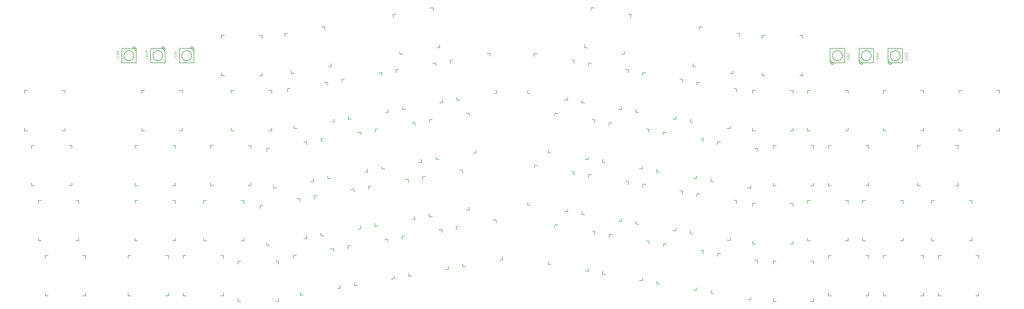
<source format=gbr>
G04 EAGLE Gerber RS-274X export*
G75*
%MOMM*%
%FSLAX34Y34*%
%LPD*%
%INSilkscreen Bottom*%
%IPPOS*%
%AMOC8*
5,1,8,0,0,1.08239X$1,22.5*%
G01*
%ADD10C,0.127000*%
%ADD11C,0.076200*%


D10*
X-117590Y310920D02*
X-117590Y320920D01*
X22410Y320920D02*
X22410Y310920D01*
X-117590Y440920D02*
X-117590Y450920D01*
X-117590Y310920D02*
X-107590Y310920D01*
X12410Y310920D02*
X22410Y310920D01*
X-107590Y450920D02*
X-117590Y450920D01*
X22410Y450920D02*
X22410Y440920D01*
X22410Y450920D02*
X12410Y450920D01*
X240540Y321000D02*
X240540Y311000D01*
X380540Y311000D02*
X380540Y321000D01*
X240540Y441000D02*
X240540Y451000D01*
X240540Y311000D02*
X250540Y311000D01*
X370540Y311000D02*
X380540Y311000D01*
X250540Y451000D02*
X240540Y451000D01*
X380540Y451000D02*
X380540Y441000D01*
X380540Y451000D02*
X370540Y451000D01*
X502520Y320970D02*
X502520Y310970D01*
X642520Y310970D02*
X642520Y320970D01*
X502520Y440970D02*
X502520Y450970D01*
X502520Y310970D02*
X512520Y310970D01*
X632520Y310970D02*
X642520Y310970D01*
X512520Y450970D02*
X502520Y450970D01*
X642520Y450970D02*
X642520Y440970D01*
X642520Y450970D02*
X632520Y450970D01*
X719302Y312166D02*
X721039Y302318D01*
X858912Y326629D02*
X857175Y336477D01*
X698465Y430343D02*
X696728Y440191D01*
X721039Y302318D02*
X730887Y304055D01*
X849064Y324892D02*
X858912Y326629D01*
X706576Y441928D02*
X696728Y440191D01*
X834601Y464502D02*
X836338Y454654D01*
X834601Y464502D02*
X824753Y462765D01*
X980379Y541438D02*
X978642Y551286D01*
X1116515Y575597D02*
X1118252Y565749D01*
X957805Y669463D02*
X956068Y679311D01*
X980379Y541438D02*
X990227Y543175D01*
X1108404Y564012D02*
X1118252Y565749D01*
X965916Y681048D02*
X956068Y679311D01*
X1093941Y703622D02*
X1095678Y693774D01*
X1093941Y703622D02*
X1084093Y701885D01*
X1166242Y584406D02*
X1167979Y574558D01*
X1305852Y598869D02*
X1304115Y608717D01*
X1145405Y702583D02*
X1143668Y712431D01*
X1167979Y574558D02*
X1177827Y576295D01*
X1296004Y597132D02*
X1305852Y598869D01*
X1153516Y714168D02*
X1143668Y712431D01*
X1281541Y736742D02*
X1283278Y726894D01*
X1281541Y736742D02*
X1271693Y735005D01*
X1282142Y411356D02*
X1283879Y401508D01*
X1421752Y425819D02*
X1420015Y435667D01*
X1261305Y529533D02*
X1259568Y539381D01*
X1283879Y401508D02*
X1293727Y403245D01*
X1411904Y424082D02*
X1421752Y425819D01*
X1269416Y541118D02*
X1259568Y539381D01*
X1397441Y563692D02*
X1399178Y553844D01*
X1397441Y563692D02*
X1387593Y561955D01*
X1672765Y435717D02*
X1671028Y425869D01*
X1808901Y401558D02*
X1810638Y411406D01*
X1693602Y553894D02*
X1695339Y563742D01*
X1671028Y425869D02*
X1680876Y424132D01*
X1799053Y403295D02*
X1808901Y401558D01*
X1705187Y562005D02*
X1695339Y563742D01*
X1833212Y539431D02*
X1831475Y529583D01*
X1833212Y539431D02*
X1823364Y541168D01*
X1860415Y402677D02*
X1858678Y392829D01*
X1996551Y368518D02*
X1998288Y378366D01*
X1881252Y520854D02*
X1882989Y530702D01*
X1858678Y392829D02*
X1868526Y391092D01*
X1986703Y370255D02*
X1996551Y368518D01*
X1892837Y528965D02*
X1882989Y530702D01*
X2020862Y506391D02*
X2019125Y496543D01*
X2020862Y506391D02*
X2011014Y508128D01*
X2048025Y369547D02*
X2046288Y359699D01*
X2184161Y335388D02*
X2185898Y345236D01*
X2068862Y487724D02*
X2070599Y497572D01*
X2046288Y359699D02*
X2056136Y357962D01*
X2174313Y337125D02*
X2184161Y335388D01*
X2080447Y495835D02*
X2070599Y497572D01*
X2208472Y473261D02*
X2206735Y463413D01*
X2208472Y473261D02*
X2198624Y474998D01*
X2235655Y336477D02*
X2233918Y326629D01*
X2371791Y302318D02*
X2373528Y312166D01*
X2256492Y454654D02*
X2258229Y464502D01*
X2233918Y326629D02*
X2243766Y324892D01*
X2361943Y304055D02*
X2371791Y302318D01*
X2268077Y462765D02*
X2258229Y464502D01*
X2396102Y440191D02*
X2394365Y430343D01*
X2396102Y440191D02*
X2386254Y441928D01*
X2450520Y321000D02*
X2450520Y311000D01*
X2590520Y311000D02*
X2590520Y321000D01*
X2450520Y441000D02*
X2450520Y451000D01*
X2450520Y311000D02*
X2460520Y311000D01*
X2580520Y311000D02*
X2590520Y311000D01*
X2460520Y451000D02*
X2450520Y451000D01*
X2590520Y451000D02*
X2590520Y441000D01*
X2590520Y451000D02*
X2580520Y451000D01*
X2641040Y321030D02*
X2641040Y311030D01*
X2781040Y311030D02*
X2781040Y321030D01*
X2641040Y441030D02*
X2641040Y451030D01*
X2641040Y311030D02*
X2651040Y311030D01*
X2771040Y311030D02*
X2781040Y311030D01*
X2651040Y451030D02*
X2641040Y451030D01*
X2781040Y451030D02*
X2781040Y441030D01*
X2781040Y451030D02*
X2771040Y451030D01*
X2950540Y320970D02*
X2950540Y310970D01*
X3090540Y310970D02*
X3090540Y320970D01*
X2950540Y440970D02*
X2950540Y450970D01*
X2950540Y310970D02*
X2960540Y310970D01*
X3080540Y310970D02*
X3090540Y310970D01*
X2960540Y450970D02*
X2950540Y450970D01*
X3090540Y450970D02*
X3090540Y440970D01*
X3090540Y450970D02*
X3080540Y450970D01*
X2998190Y130470D02*
X2998190Y120470D01*
X3138190Y120470D02*
X3138190Y130470D01*
X2998190Y250470D02*
X2998190Y260470D01*
X2998190Y120470D02*
X3008190Y120470D01*
X3128190Y120470D02*
X3138190Y120470D01*
X3008190Y260470D02*
X2998190Y260470D01*
X3138190Y260470D02*
X3138190Y250470D01*
X3138190Y260470D02*
X3128190Y260470D01*
X-141420Y501470D02*
X-141420Y511470D01*
X-1420Y511470D02*
X-1420Y501470D01*
X-141420Y631470D02*
X-141420Y641470D01*
X-141420Y501470D02*
X-131420Y501470D01*
X-11420Y501470D02*
X-1420Y501470D01*
X-131420Y641470D02*
X-141420Y641470D01*
X-1420Y641470D02*
X-1420Y631470D01*
X-1420Y641470D02*
X-11420Y641470D01*
X264420Y511470D02*
X264420Y501470D01*
X404420Y501470D02*
X404420Y511470D01*
X264420Y631470D02*
X264420Y641470D01*
X264420Y501470D02*
X274420Y501470D01*
X394420Y501470D02*
X404420Y501470D01*
X274420Y641470D02*
X264420Y641470D01*
X404420Y641470D02*
X404420Y631470D01*
X404420Y641470D02*
X394420Y641470D01*
X573940Y511450D02*
X573940Y501450D01*
X713940Y501450D02*
X713940Y511450D01*
X573940Y631450D02*
X573940Y641450D01*
X573940Y501450D02*
X583940Y501450D01*
X703940Y501450D02*
X713940Y501450D01*
X583940Y641450D02*
X573940Y641450D01*
X713940Y641450D02*
X713940Y631450D01*
X713940Y641450D02*
X703940Y641450D01*
X791032Y518186D02*
X792769Y508338D01*
X930642Y532649D02*
X928905Y542497D01*
X770195Y636363D02*
X768458Y646211D01*
X792769Y508338D02*
X802617Y510075D01*
X920794Y530912D02*
X930642Y532649D01*
X778306Y647948D02*
X768458Y646211D01*
X906331Y670522D02*
X908068Y660674D01*
X906331Y670522D02*
X896483Y668785D01*
X2172018Y724419D02*
X2173755Y734267D01*
X2311628Y709956D02*
X2309891Y700108D01*
X2194592Y852444D02*
X2196329Y862292D01*
X2172018Y724419D02*
X2181866Y722682D01*
X2300043Y701845D02*
X2309891Y700108D01*
X2206177Y860555D02*
X2196329Y862292D01*
X2334202Y837981D02*
X2332465Y828133D01*
X2334202Y837981D02*
X2324354Y839718D01*
X2412140Y702000D02*
X2412140Y692000D01*
X2552140Y692000D02*
X2552140Y702000D01*
X2412140Y822000D02*
X2412140Y832000D01*
X2412140Y692000D02*
X2422140Y692000D01*
X2542140Y692000D02*
X2552140Y692000D01*
X2422140Y832000D02*
X2412140Y832000D01*
X2552140Y832000D02*
X2552140Y822000D01*
X2552140Y832000D02*
X2542140Y832000D01*
X1353822Y617456D02*
X1355559Y607608D01*
X1493432Y631919D02*
X1491695Y641767D01*
X1332985Y735633D02*
X1331248Y745481D01*
X1355559Y607608D02*
X1365407Y609345D01*
X1483584Y630182D02*
X1493432Y631919D01*
X1341096Y747218D02*
X1331248Y745481D01*
X1469121Y769792D02*
X1470858Y759944D01*
X1469121Y769792D02*
X1459273Y768055D01*
X1601335Y641817D02*
X1599598Y631969D01*
X1737471Y607658D02*
X1739208Y617506D01*
X1622172Y759994D02*
X1623909Y769842D01*
X1599598Y631969D02*
X1609446Y630232D01*
X1727623Y609395D02*
X1737471Y607658D01*
X1633757Y768105D02*
X1623909Y769842D01*
X1761782Y745531D02*
X1760045Y735683D01*
X1761782Y745531D02*
X1751934Y747268D01*
X1788995Y608717D02*
X1787258Y598869D01*
X1925131Y574558D02*
X1926868Y584406D01*
X1809832Y726894D02*
X1811569Y736742D01*
X1787258Y598869D02*
X1797106Y597132D01*
X1915283Y576295D02*
X1925131Y574558D01*
X1821417Y735005D02*
X1811569Y736742D01*
X1949442Y712431D02*
X1947705Y702583D01*
X1949442Y712431D02*
X1939594Y714168D01*
X1976525Y575597D02*
X1974788Y565749D01*
X2112661Y541438D02*
X2114398Y551286D01*
X1997362Y693774D02*
X1999099Y703622D01*
X1974788Y565749D02*
X1984636Y564012D01*
X2102813Y543175D02*
X2112661Y541438D01*
X2008947Y701885D02*
X1999099Y703622D01*
X2136972Y679311D02*
X2135235Y669463D01*
X2136972Y679311D02*
X2127124Y681048D01*
X2164155Y542547D02*
X2162418Y532699D01*
X2300291Y508388D02*
X2302028Y518236D01*
X2184992Y660724D02*
X2186729Y670572D01*
X2162418Y532699D02*
X2172266Y530962D01*
X2290443Y510125D02*
X2300291Y508388D01*
X2196577Y668835D02*
X2186729Y670572D01*
X2324602Y646261D02*
X2322865Y636413D01*
X2324602Y646261D02*
X2314754Y647998D01*
X2379070Y511500D02*
X2379070Y501500D01*
X2519070Y501500D02*
X2519070Y511500D01*
X2379070Y631500D02*
X2379070Y641500D01*
X2379070Y501500D02*
X2389070Y501500D01*
X2509070Y501500D02*
X2519070Y501500D01*
X2389070Y641500D02*
X2379070Y641500D01*
X2519070Y641500D02*
X2519070Y631500D01*
X2519070Y641500D02*
X2509070Y641500D01*
X2569590Y511450D02*
X2569590Y501450D01*
X2709590Y501450D02*
X2709590Y511450D01*
X2569590Y631450D02*
X2569590Y641450D01*
X2569590Y501450D02*
X2579590Y501450D01*
X2699590Y501450D02*
X2709590Y501450D01*
X2579590Y641450D02*
X2569590Y641450D01*
X2709590Y641450D02*
X2709590Y631450D01*
X2709590Y641450D02*
X2699590Y641450D01*
X2831520Y511500D02*
X2831520Y501500D01*
X2971520Y501500D02*
X2971520Y511500D01*
X2831520Y631500D02*
X2831520Y641500D01*
X2831520Y501500D02*
X2841520Y501500D01*
X2961520Y501500D02*
X2971520Y501500D01*
X2841520Y641500D02*
X2831520Y641500D01*
X2971520Y641500D02*
X2971520Y631500D01*
X2971520Y641500D02*
X2961520Y641500D01*
X3093440Y511470D02*
X3093440Y501470D01*
X3233440Y501470D02*
X3233440Y511470D01*
X3093440Y631470D02*
X3093440Y641470D01*
X3093440Y501470D02*
X3103440Y501470D01*
X3223440Y501470D02*
X3233440Y501470D01*
X3103440Y641470D02*
X3093440Y641470D01*
X3233440Y641470D02*
X3233440Y631470D01*
X3233440Y641470D02*
X3223440Y641470D01*
X540900Y691970D02*
X540900Y701970D01*
X680900Y701970D02*
X680900Y691970D01*
X540900Y821970D02*
X540900Y831970D01*
X540900Y691970D02*
X550900Y691970D01*
X670900Y691970D02*
X680900Y691970D01*
X550900Y831970D02*
X540900Y831970D01*
X680900Y831970D02*
X680900Y821970D01*
X680900Y831970D02*
X670900Y831970D01*
X781432Y709986D02*
X783169Y700138D01*
X921042Y724449D02*
X919305Y734297D01*
X760595Y828163D02*
X758858Y838011D01*
X783169Y700138D02*
X793017Y701875D01*
X911194Y722712D02*
X921042Y724449D01*
X768706Y839748D02*
X758858Y838011D01*
X896731Y862322D02*
X898468Y852474D01*
X896731Y862322D02*
X886883Y860585D01*
X1156592Y776126D02*
X1158329Y766278D01*
X1296202Y790589D02*
X1294465Y800437D01*
X1135755Y894303D02*
X1134018Y904151D01*
X1158329Y766278D02*
X1168177Y768015D01*
X1286354Y788852D02*
X1296202Y790589D01*
X1143866Y905888D02*
X1134018Y904151D01*
X1271891Y928462D02*
X1273628Y918614D01*
X1271891Y928462D02*
X1262043Y926725D01*
X1798565Y800437D02*
X1796828Y790589D01*
X1934701Y766278D02*
X1936438Y776126D01*
X1819402Y918614D02*
X1821139Y928462D01*
X1796828Y790589D02*
X1806676Y788852D01*
X1924853Y768015D02*
X1934701Y766278D01*
X1830987Y926725D02*
X1821139Y928462D01*
X1959012Y904151D02*
X1957275Y894303D01*
X1959012Y904151D02*
X1949164Y905888D01*
X906932Y345266D02*
X908669Y335418D01*
X1046542Y359729D02*
X1044805Y369577D01*
X886095Y463443D02*
X884358Y473291D01*
X908669Y335418D02*
X918517Y337155D01*
X1036694Y357992D02*
X1046542Y359729D01*
X894206Y475028D02*
X884358Y473291D01*
X1022231Y497602D02*
X1023968Y487754D01*
X1022231Y497602D02*
X1012383Y495865D01*
X1094562Y378306D02*
X1096299Y368458D01*
X1234172Y392769D02*
X1232435Y402617D01*
X1073725Y496483D02*
X1071988Y506331D01*
X1096299Y368458D02*
X1106147Y370195D01*
X1224324Y391032D02*
X1234172Y392769D01*
X1081836Y508068D02*
X1071988Y506331D01*
X1209861Y530642D02*
X1211598Y520794D01*
X1209861Y530642D02*
X1200013Y528905D01*
X1258672Y213816D02*
X1260409Y203968D01*
X1398282Y228279D02*
X1396545Y238127D01*
X1237835Y331993D02*
X1236098Y341841D01*
X1260409Y203968D02*
X1270257Y205705D01*
X1388434Y226542D02*
X1398282Y228279D01*
X1245946Y343578D02*
X1236098Y341841D01*
X1373971Y366152D02*
X1375708Y356304D01*
X1373971Y366152D02*
X1364123Y364415D01*
X1601465Y254847D02*
X1599728Y244999D01*
X1737601Y220688D02*
X1739338Y230536D01*
X1622302Y373024D02*
X1624039Y382872D01*
X1599728Y244999D02*
X1609576Y243262D01*
X1727753Y222425D02*
X1737601Y220688D01*
X1633887Y381135D02*
X1624039Y382872D01*
X1761912Y358561D02*
X1760175Y348713D01*
X1761912Y358561D02*
X1752064Y360298D01*
X1789115Y221777D02*
X1787378Y211929D01*
X1925251Y187618D02*
X1926988Y197466D01*
X1809952Y339954D02*
X1811689Y349802D01*
X1787378Y211929D02*
X1797226Y210192D01*
X1915403Y189355D02*
X1925251Y187618D01*
X1821537Y348065D02*
X1811689Y349802D01*
X1949562Y325491D02*
X1947825Y315643D01*
X1949562Y325491D02*
X1939714Y327228D01*
X1976745Y188757D02*
X1975008Y178909D01*
X2112881Y154598D02*
X2114618Y164446D01*
X1997582Y306934D02*
X1999319Y316782D01*
X1975008Y178909D02*
X1984856Y177172D01*
X2103033Y156335D02*
X2112881Y154598D01*
X2009167Y315045D02*
X1999319Y316782D01*
X2137192Y292471D02*
X2135455Y282623D01*
X2137192Y292471D02*
X2127344Y294208D01*
X2164305Y155687D02*
X2162568Y145839D01*
X2300441Y121528D02*
X2302178Y131376D01*
X2185142Y273864D02*
X2186879Y283712D01*
X2162568Y145839D02*
X2172416Y144102D01*
X2290593Y123265D02*
X2300441Y121528D01*
X2196727Y281975D02*
X2186879Y283712D01*
X2324752Y259401D02*
X2323015Y249553D01*
X2324752Y259401D02*
X2314904Y261138D01*
X2379070Y119860D02*
X2379070Y109860D01*
X2519070Y109860D02*
X2519070Y119860D01*
X2379070Y239860D02*
X2379070Y249860D01*
X2379070Y109860D02*
X2389070Y109860D01*
X2509070Y109860D02*
X2519070Y109860D01*
X2389070Y249860D02*
X2379070Y249860D01*
X2519070Y249860D02*
X2519070Y239860D01*
X2519070Y249860D02*
X2509070Y249860D01*
X2569590Y130450D02*
X2569590Y120450D01*
X2709590Y120450D02*
X2709590Y130450D01*
X2569590Y250450D02*
X2569590Y260450D01*
X2569590Y120450D02*
X2579590Y120450D01*
X2699590Y120450D02*
X2709590Y120450D01*
X2579590Y260450D02*
X2569590Y260450D01*
X2709590Y260450D02*
X2709590Y250450D01*
X2709590Y260450D02*
X2699590Y260450D01*
X2760070Y130470D02*
X2760070Y120470D01*
X2900070Y120470D02*
X2900070Y130470D01*
X2760070Y250470D02*
X2760070Y260470D01*
X2760070Y120470D02*
X2770070Y120470D01*
X2890070Y120470D02*
X2900070Y120470D01*
X2770070Y260470D02*
X2760070Y260470D01*
X2900070Y260470D02*
X2900070Y250470D01*
X2900070Y260470D02*
X2890070Y260470D01*
X-93770Y130530D02*
X-93770Y120530D01*
X46230Y120530D02*
X46230Y130530D01*
X-93770Y250530D02*
X-93770Y260530D01*
X-93770Y120530D02*
X-83770Y120530D01*
X36230Y120530D02*
X46230Y120530D01*
X-83770Y260530D02*
X-93770Y260530D01*
X46230Y260530D02*
X46230Y250530D01*
X46230Y260530D02*
X36230Y260530D01*
X240590Y130500D02*
X240590Y120500D01*
X380590Y120500D02*
X380590Y130500D01*
X240590Y250500D02*
X240590Y260500D01*
X240590Y120500D02*
X250590Y120500D01*
X370590Y120500D02*
X380590Y120500D01*
X250590Y260500D02*
X240590Y260500D01*
X380590Y260500D02*
X380590Y250500D01*
X380590Y260500D02*
X370590Y260500D01*
X478690Y130470D02*
X478690Y120470D01*
X618690Y120470D02*
X618690Y130470D01*
X478690Y250470D02*
X478690Y260470D01*
X478690Y120470D02*
X488690Y120470D01*
X608690Y120470D02*
X618690Y120470D01*
X488690Y260470D02*
X478690Y260470D01*
X618690Y260470D02*
X618690Y250470D01*
X618690Y260470D02*
X608690Y260470D01*
X695762Y114586D02*
X697499Y104738D01*
X835372Y129049D02*
X833635Y138897D01*
X674925Y232763D02*
X673188Y242611D01*
X697499Y104738D02*
X707347Y106475D01*
X825524Y127312D02*
X835372Y129049D01*
X683036Y244348D02*
X673188Y242611D01*
X811061Y266922D02*
X812798Y257074D01*
X811061Y266922D02*
X801213Y265185D01*
X883342Y147626D02*
X885079Y137778D01*
X1022952Y162089D02*
X1021215Y171937D01*
X862505Y265803D02*
X860768Y275651D01*
X885079Y137778D02*
X894927Y139515D01*
X1013104Y160352D02*
X1022952Y162089D01*
X870616Y277388D02*
X860768Y275651D01*
X998641Y299962D02*
X1000378Y290114D01*
X998641Y299962D02*
X988793Y298225D01*
X1070992Y180726D02*
X1072729Y170878D01*
X1210602Y195189D02*
X1208865Y205037D01*
X1050155Y298903D02*
X1048418Y308751D01*
X1072729Y170878D02*
X1082577Y172615D01*
X1200754Y193452D02*
X1210602Y195189D01*
X1058266Y310488D02*
X1048418Y308751D01*
X1186291Y333062D02*
X1188028Y323214D01*
X1186291Y333062D02*
X1176443Y331325D01*
X1187272Y7776D02*
X1189009Y-2072D01*
X1326882Y22239D02*
X1325145Y32087D01*
X1166435Y125953D02*
X1164698Y135801D01*
X1189009Y-2072D02*
X1198857Y-335D01*
X1317034Y20502D02*
X1326882Y22239D01*
X1174546Y137538D02*
X1164698Y135801D01*
X1302571Y160112D02*
X1304308Y150264D01*
X1302571Y160112D02*
X1292723Y158375D01*
X1374902Y40846D02*
X1376639Y30998D01*
X1514512Y55309D02*
X1512775Y65157D01*
X1354065Y159023D02*
X1352328Y168871D01*
X1376639Y30998D02*
X1386487Y32735D01*
X1504664Y53572D02*
X1514512Y55309D01*
X1362176Y170608D02*
X1352328Y168871D01*
X1490201Y193182D02*
X1491938Y183334D01*
X1490201Y193182D02*
X1480353Y191445D01*
X1673275Y48777D02*
X1671538Y38929D01*
X1809411Y14618D02*
X1811148Y24466D01*
X1694112Y166954D02*
X1695849Y176802D01*
X1671538Y38929D02*
X1681386Y37192D01*
X1799563Y16355D02*
X1809411Y14618D01*
X1705697Y175065D02*
X1695849Y176802D01*
X1833722Y152491D02*
X1831985Y142643D01*
X1833722Y152491D02*
X1823874Y154228D01*
X1860875Y15677D02*
X1859138Y5829D01*
X1997011Y-18482D02*
X1998748Y-8634D01*
X1881712Y133854D02*
X1883449Y143702D01*
X1859138Y5829D02*
X1868986Y4092D01*
X1987163Y-16745D02*
X1997011Y-18482D01*
X1893297Y141965D02*
X1883449Y143702D01*
X2021322Y119391D02*
X2019585Y109543D01*
X2021322Y119391D02*
X2011474Y121128D01*
X2048455Y-17363D02*
X2046718Y-27211D01*
X2184591Y-51522D02*
X2186328Y-41674D01*
X2069292Y100814D02*
X2071029Y110662D01*
X2046718Y-27211D02*
X2056566Y-28948D01*
X2174743Y-49785D02*
X2184591Y-51522D01*
X2080877Y108925D02*
X2071029Y110662D01*
X2208902Y86351D02*
X2207165Y76503D01*
X2208902Y86351D02*
X2199054Y88088D01*
X2236135Y-50463D02*
X2234398Y-60311D01*
X2372271Y-84622D02*
X2374008Y-74774D01*
X2256972Y67714D02*
X2258709Y77562D01*
X2234398Y-60311D02*
X2244246Y-62048D01*
X2362423Y-82885D02*
X2372271Y-84622D01*
X2268557Y75825D02*
X2258709Y77562D01*
X2396582Y53251D02*
X2394845Y43403D01*
X2396582Y53251D02*
X2386734Y54988D01*
X2450520Y-79380D02*
X2450520Y-89380D01*
X2590520Y-89380D02*
X2590520Y-79380D01*
X2450520Y40620D02*
X2450520Y50620D01*
X2450520Y-89380D02*
X2460520Y-89380D01*
X2580520Y-89380D02*
X2590520Y-89380D01*
X2460520Y50620D02*
X2450520Y50620D01*
X2590520Y50620D02*
X2590520Y40620D01*
X2590520Y50620D02*
X2580520Y50620D01*
X2641040Y-59970D02*
X2641040Y-69970D01*
X2781040Y-69970D02*
X2781040Y-59970D01*
X2641040Y60030D02*
X2641040Y70030D01*
X2641040Y-69970D02*
X2651040Y-69970D01*
X2771040Y-69970D02*
X2781040Y-69970D01*
X2651040Y70030D02*
X2641040Y70030D01*
X2781040Y70030D02*
X2781040Y60030D01*
X2781040Y70030D02*
X2771040Y70030D01*
X2831520Y-60030D02*
X2831520Y-70030D01*
X2971520Y-70030D02*
X2971520Y-60030D01*
X2831520Y59970D02*
X2831520Y69970D01*
X2831520Y-70030D02*
X2841520Y-70030D01*
X2961520Y-70030D02*
X2971520Y-70030D01*
X2841520Y69970D02*
X2831520Y69970D01*
X2971520Y69970D02*
X2971520Y59970D01*
X2971520Y69970D02*
X2961520Y69970D01*
X-69970Y-60030D02*
X-69970Y-70030D01*
X70030Y-70030D02*
X70030Y-60030D01*
X-69970Y59970D02*
X-69970Y69970D01*
X-69970Y-70030D02*
X-59970Y-70030D01*
X60030Y-70030D02*
X70030Y-70030D01*
X-59970Y69970D02*
X-69970Y69970D01*
X70030Y69970D02*
X70030Y59970D01*
X70030Y69970D02*
X60030Y69970D01*
X216770Y-60030D02*
X216770Y-70030D01*
X356770Y-70030D02*
X356770Y-60030D01*
X216770Y59970D02*
X216770Y69970D01*
X216770Y-70030D02*
X226770Y-70030D01*
X346770Y-70030D02*
X356770Y-70030D01*
X226770Y69970D02*
X216770Y69970D01*
X356770Y69970D02*
X356770Y59970D01*
X356770Y69970D02*
X346770Y69970D01*
X407320Y-60000D02*
X407320Y-70000D01*
X547320Y-70000D02*
X547320Y-60000D01*
X407320Y60000D02*
X407320Y70000D01*
X407320Y-70000D02*
X417320Y-70000D01*
X537320Y-70000D02*
X547320Y-70000D01*
X417320Y70000D02*
X407320Y70000D01*
X547320Y70000D02*
X547320Y60000D01*
X547320Y70000D02*
X537320Y70000D01*
X597740Y-79430D02*
X597740Y-89430D01*
X737740Y-89430D02*
X737740Y-79430D01*
X597740Y40570D02*
X597740Y50570D01*
X597740Y-89430D02*
X607740Y-89430D01*
X727740Y-89430D02*
X737740Y-89430D01*
X607740Y50570D02*
X597740Y50570D01*
X737740Y50570D02*
X737740Y40570D01*
X737740Y50570D02*
X727740Y50570D01*
X812092Y-58394D02*
X813829Y-68242D01*
X951702Y-43931D02*
X949965Y-34083D01*
X791255Y59783D02*
X789518Y69631D01*
X813829Y-68242D02*
X823677Y-66505D01*
X941854Y-45668D02*
X951702Y-43931D01*
X799366Y71368D02*
X789518Y69631D01*
X927391Y93942D02*
X929128Y84094D01*
X927391Y93942D02*
X917543Y92205D01*
X999692Y-25274D02*
X1001429Y-35122D01*
X1139302Y-10811D02*
X1137565Y-963D01*
X978855Y92903D02*
X977118Y102751D01*
X1001429Y-35122D02*
X1011277Y-33385D01*
X1129454Y-12548D02*
X1139302Y-10811D01*
X986966Y104488D02*
X977118Y102751D01*
X1114991Y127062D02*
X1116728Y117214D01*
X1114991Y127062D02*
X1105143Y125325D01*
X3022044Y-60076D02*
X3022044Y-70076D01*
X3162044Y-70076D02*
X3162044Y-60076D01*
X3022044Y59924D02*
X3022044Y69924D01*
X3022044Y-70076D02*
X3032044Y-70076D01*
X3152044Y-70076D02*
X3162044Y-70076D01*
X3032044Y69924D02*
X3022044Y69924D01*
X3162044Y69924D02*
X3162044Y59924D01*
X3162044Y69924D02*
X3152044Y69924D01*
X2697500Y787000D02*
X2647500Y787000D01*
X2647500Y746000D01*
X2647500Y737000D01*
X2656500Y737000D01*
X2697500Y737000D01*
X2697500Y787000D01*
X2647500Y746000D02*
X2656500Y737000D01*
X2659500Y734000D01*
X2655500Y730000D01*
X2647500Y737000D01*
X2655295Y762000D02*
X2655300Y762422D01*
X2655316Y762844D01*
X2655342Y763266D01*
X2655378Y763686D01*
X2655424Y764106D01*
X2655481Y764524D01*
X2655548Y764941D01*
X2655626Y765357D01*
X2655713Y765770D01*
X2655811Y766180D01*
X2655918Y766589D01*
X2656036Y766994D01*
X2656163Y767397D01*
X2656301Y767796D01*
X2656448Y768192D01*
X2656605Y768584D01*
X2656771Y768972D01*
X2656947Y769356D01*
X2657132Y769736D01*
X2657327Y770110D01*
X2657530Y770480D01*
X2657743Y770845D01*
X2657964Y771205D01*
X2658195Y771559D01*
X2658433Y771907D01*
X2658681Y772249D01*
X2658936Y772585D01*
X2659200Y772915D01*
X2659472Y773238D01*
X2659752Y773554D01*
X2660039Y773864D01*
X2660334Y774166D01*
X2660636Y774461D01*
X2660946Y774748D01*
X2661262Y775028D01*
X2661585Y775300D01*
X2661915Y775564D01*
X2662251Y775819D01*
X2662593Y776067D01*
X2662941Y776305D01*
X2663295Y776536D01*
X2663655Y776757D01*
X2664020Y776970D01*
X2664390Y777173D01*
X2664764Y777368D01*
X2665144Y777553D01*
X2665528Y777729D01*
X2665916Y777895D01*
X2666308Y778052D01*
X2666704Y778199D01*
X2667103Y778337D01*
X2667506Y778464D01*
X2667911Y778582D01*
X2668320Y778689D01*
X2668730Y778787D01*
X2669143Y778874D01*
X2669559Y778952D01*
X2669976Y779019D01*
X2670394Y779076D01*
X2670814Y779122D01*
X2671234Y779158D01*
X2671656Y779184D01*
X2672078Y779200D01*
X2672500Y779205D01*
X2672922Y779200D01*
X2673344Y779184D01*
X2673766Y779158D01*
X2674186Y779122D01*
X2674606Y779076D01*
X2675024Y779019D01*
X2675441Y778952D01*
X2675857Y778874D01*
X2676270Y778787D01*
X2676680Y778689D01*
X2677089Y778582D01*
X2677494Y778464D01*
X2677897Y778337D01*
X2678296Y778199D01*
X2678692Y778052D01*
X2679084Y777895D01*
X2679472Y777729D01*
X2679856Y777553D01*
X2680236Y777368D01*
X2680610Y777173D01*
X2680980Y776970D01*
X2681345Y776757D01*
X2681705Y776536D01*
X2682059Y776305D01*
X2682407Y776067D01*
X2682749Y775819D01*
X2683085Y775564D01*
X2683415Y775300D01*
X2683738Y775028D01*
X2684054Y774748D01*
X2684364Y774461D01*
X2684666Y774166D01*
X2684961Y773864D01*
X2685248Y773554D01*
X2685528Y773238D01*
X2685800Y772915D01*
X2686064Y772585D01*
X2686319Y772249D01*
X2686567Y771907D01*
X2686805Y771559D01*
X2687036Y771205D01*
X2687257Y770845D01*
X2687470Y770480D01*
X2687673Y770110D01*
X2687868Y769736D01*
X2688053Y769356D01*
X2688229Y768972D01*
X2688395Y768584D01*
X2688552Y768192D01*
X2688699Y767796D01*
X2688837Y767397D01*
X2688964Y766994D01*
X2689082Y766589D01*
X2689189Y766180D01*
X2689287Y765770D01*
X2689374Y765357D01*
X2689452Y764941D01*
X2689519Y764524D01*
X2689576Y764106D01*
X2689622Y763686D01*
X2689658Y763266D01*
X2689684Y762844D01*
X2689700Y762422D01*
X2689705Y762000D01*
X2689700Y761578D01*
X2689684Y761156D01*
X2689658Y760734D01*
X2689622Y760314D01*
X2689576Y759894D01*
X2689519Y759476D01*
X2689452Y759059D01*
X2689374Y758643D01*
X2689287Y758230D01*
X2689189Y757820D01*
X2689082Y757411D01*
X2688964Y757006D01*
X2688837Y756603D01*
X2688699Y756204D01*
X2688552Y755808D01*
X2688395Y755416D01*
X2688229Y755028D01*
X2688053Y754644D01*
X2687868Y754264D01*
X2687673Y753890D01*
X2687470Y753520D01*
X2687257Y753155D01*
X2687036Y752795D01*
X2686805Y752441D01*
X2686567Y752093D01*
X2686319Y751751D01*
X2686064Y751415D01*
X2685800Y751085D01*
X2685528Y750762D01*
X2685248Y750446D01*
X2684961Y750136D01*
X2684666Y749834D01*
X2684364Y749539D01*
X2684054Y749252D01*
X2683738Y748972D01*
X2683415Y748700D01*
X2683085Y748436D01*
X2682749Y748181D01*
X2682407Y747933D01*
X2682059Y747695D01*
X2681705Y747464D01*
X2681345Y747243D01*
X2680980Y747030D01*
X2680610Y746827D01*
X2680236Y746632D01*
X2679856Y746447D01*
X2679472Y746271D01*
X2679084Y746105D01*
X2678692Y745948D01*
X2678296Y745801D01*
X2677897Y745663D01*
X2677494Y745536D01*
X2677089Y745418D01*
X2676680Y745311D01*
X2676270Y745213D01*
X2675857Y745126D01*
X2675441Y745048D01*
X2675024Y744981D01*
X2674606Y744924D01*
X2674186Y744878D01*
X2673766Y744842D01*
X2673344Y744816D01*
X2672922Y744800D01*
X2672500Y744795D01*
X2672078Y744800D01*
X2671656Y744816D01*
X2671234Y744842D01*
X2670814Y744878D01*
X2670394Y744924D01*
X2669976Y744981D01*
X2669559Y745048D01*
X2669143Y745126D01*
X2668730Y745213D01*
X2668320Y745311D01*
X2667911Y745418D01*
X2667506Y745536D01*
X2667103Y745663D01*
X2666704Y745801D01*
X2666308Y745948D01*
X2665916Y746105D01*
X2665528Y746271D01*
X2665144Y746447D01*
X2664764Y746632D01*
X2664390Y746827D01*
X2664020Y747030D01*
X2663655Y747243D01*
X2663295Y747464D01*
X2662941Y747695D01*
X2662593Y747933D01*
X2662251Y748181D01*
X2661915Y748436D01*
X2661585Y748700D01*
X2661262Y748972D01*
X2660946Y749252D01*
X2660636Y749539D01*
X2660334Y749834D01*
X2660039Y750136D01*
X2659752Y750446D01*
X2659472Y750762D01*
X2659200Y751085D01*
X2658936Y751415D01*
X2658681Y751751D01*
X2658433Y752093D01*
X2658195Y752441D01*
X2657964Y752795D01*
X2657743Y753155D01*
X2657530Y753520D01*
X2657327Y753890D01*
X2657132Y754264D01*
X2656947Y754644D01*
X2656771Y755028D01*
X2656605Y755416D01*
X2656448Y755808D01*
X2656301Y756204D01*
X2656163Y756603D01*
X2656036Y757006D01*
X2655918Y757411D01*
X2655811Y757820D01*
X2655713Y758230D01*
X2655626Y758643D01*
X2655548Y759059D01*
X2655481Y759476D01*
X2655424Y759894D01*
X2655378Y760314D01*
X2655342Y760734D01*
X2655316Y761156D01*
X2655300Y761578D01*
X2655295Y762000D01*
D11*
X2707806Y746506D02*
X2715172Y746506D01*
X2707806Y746506D02*
X2707806Y749780D01*
X2707806Y752846D02*
X2707806Y756120D01*
X2707806Y752846D02*
X2715172Y752846D01*
X2715172Y756120D01*
X2711898Y755301D02*
X2711898Y752846D01*
X2715172Y759170D02*
X2707806Y759170D01*
X2715172Y759170D02*
X2715172Y761216D01*
X2715170Y761305D01*
X2715164Y761394D01*
X2715154Y761483D01*
X2715141Y761571D01*
X2715124Y761659D01*
X2715102Y761746D01*
X2715077Y761831D01*
X2715049Y761916D01*
X2715016Y761999D01*
X2714980Y762081D01*
X2714941Y762161D01*
X2714898Y762239D01*
X2714852Y762315D01*
X2714802Y762390D01*
X2714749Y762462D01*
X2714693Y762531D01*
X2714634Y762598D01*
X2714573Y762663D01*
X2714508Y762724D01*
X2714441Y762783D01*
X2714372Y762839D01*
X2714300Y762892D01*
X2714225Y762942D01*
X2714149Y762988D01*
X2714071Y763031D01*
X2713991Y763070D01*
X2713909Y763106D01*
X2713826Y763139D01*
X2713741Y763167D01*
X2713656Y763192D01*
X2713569Y763214D01*
X2713481Y763231D01*
X2713393Y763244D01*
X2713304Y763254D01*
X2713215Y763260D01*
X2713126Y763262D01*
X2709852Y763262D01*
X2709763Y763260D01*
X2709674Y763254D01*
X2709585Y763244D01*
X2709497Y763231D01*
X2709409Y763214D01*
X2709322Y763192D01*
X2709237Y763167D01*
X2709152Y763139D01*
X2709069Y763106D01*
X2708987Y763070D01*
X2708907Y763031D01*
X2708829Y762988D01*
X2708753Y762942D01*
X2708678Y762892D01*
X2708606Y762839D01*
X2708537Y762783D01*
X2708470Y762724D01*
X2708405Y762663D01*
X2708344Y762598D01*
X2708285Y762531D01*
X2708229Y762462D01*
X2708176Y762390D01*
X2708126Y762315D01*
X2708080Y762239D01*
X2708037Y762161D01*
X2707998Y762081D01*
X2707962Y761999D01*
X2707929Y761916D01*
X2707901Y761831D01*
X2707876Y761746D01*
X2707854Y761659D01*
X2707837Y761571D01*
X2707824Y761483D01*
X2707814Y761394D01*
X2707808Y761305D01*
X2707806Y761216D01*
X2707806Y759170D01*
X2713535Y766729D02*
X2715172Y768775D01*
X2707806Y768775D01*
X2707806Y766729D02*
X2707806Y770821D01*
D10*
X2747500Y787000D02*
X2797500Y787000D01*
X2747500Y787000D02*
X2747500Y746000D01*
X2747500Y737000D01*
X2756500Y737000D01*
X2797500Y737000D01*
X2797500Y787000D01*
X2747500Y746000D02*
X2756500Y737000D01*
X2759500Y734000D01*
X2755500Y730000D01*
X2747500Y737000D01*
X2755295Y762000D02*
X2755300Y762422D01*
X2755316Y762844D01*
X2755342Y763266D01*
X2755378Y763686D01*
X2755424Y764106D01*
X2755481Y764524D01*
X2755548Y764941D01*
X2755626Y765357D01*
X2755713Y765770D01*
X2755811Y766180D01*
X2755918Y766589D01*
X2756036Y766994D01*
X2756163Y767397D01*
X2756301Y767796D01*
X2756448Y768192D01*
X2756605Y768584D01*
X2756771Y768972D01*
X2756947Y769356D01*
X2757132Y769736D01*
X2757327Y770110D01*
X2757530Y770480D01*
X2757743Y770845D01*
X2757964Y771205D01*
X2758195Y771559D01*
X2758433Y771907D01*
X2758681Y772249D01*
X2758936Y772585D01*
X2759200Y772915D01*
X2759472Y773238D01*
X2759752Y773554D01*
X2760039Y773864D01*
X2760334Y774166D01*
X2760636Y774461D01*
X2760946Y774748D01*
X2761262Y775028D01*
X2761585Y775300D01*
X2761915Y775564D01*
X2762251Y775819D01*
X2762593Y776067D01*
X2762941Y776305D01*
X2763295Y776536D01*
X2763655Y776757D01*
X2764020Y776970D01*
X2764390Y777173D01*
X2764764Y777368D01*
X2765144Y777553D01*
X2765528Y777729D01*
X2765916Y777895D01*
X2766308Y778052D01*
X2766704Y778199D01*
X2767103Y778337D01*
X2767506Y778464D01*
X2767911Y778582D01*
X2768320Y778689D01*
X2768730Y778787D01*
X2769143Y778874D01*
X2769559Y778952D01*
X2769976Y779019D01*
X2770394Y779076D01*
X2770814Y779122D01*
X2771234Y779158D01*
X2771656Y779184D01*
X2772078Y779200D01*
X2772500Y779205D01*
X2772922Y779200D01*
X2773344Y779184D01*
X2773766Y779158D01*
X2774186Y779122D01*
X2774606Y779076D01*
X2775024Y779019D01*
X2775441Y778952D01*
X2775857Y778874D01*
X2776270Y778787D01*
X2776680Y778689D01*
X2777089Y778582D01*
X2777494Y778464D01*
X2777897Y778337D01*
X2778296Y778199D01*
X2778692Y778052D01*
X2779084Y777895D01*
X2779472Y777729D01*
X2779856Y777553D01*
X2780236Y777368D01*
X2780610Y777173D01*
X2780980Y776970D01*
X2781345Y776757D01*
X2781705Y776536D01*
X2782059Y776305D01*
X2782407Y776067D01*
X2782749Y775819D01*
X2783085Y775564D01*
X2783415Y775300D01*
X2783738Y775028D01*
X2784054Y774748D01*
X2784364Y774461D01*
X2784666Y774166D01*
X2784961Y773864D01*
X2785248Y773554D01*
X2785528Y773238D01*
X2785800Y772915D01*
X2786064Y772585D01*
X2786319Y772249D01*
X2786567Y771907D01*
X2786805Y771559D01*
X2787036Y771205D01*
X2787257Y770845D01*
X2787470Y770480D01*
X2787673Y770110D01*
X2787868Y769736D01*
X2788053Y769356D01*
X2788229Y768972D01*
X2788395Y768584D01*
X2788552Y768192D01*
X2788699Y767796D01*
X2788837Y767397D01*
X2788964Y766994D01*
X2789082Y766589D01*
X2789189Y766180D01*
X2789287Y765770D01*
X2789374Y765357D01*
X2789452Y764941D01*
X2789519Y764524D01*
X2789576Y764106D01*
X2789622Y763686D01*
X2789658Y763266D01*
X2789684Y762844D01*
X2789700Y762422D01*
X2789705Y762000D01*
X2789700Y761578D01*
X2789684Y761156D01*
X2789658Y760734D01*
X2789622Y760314D01*
X2789576Y759894D01*
X2789519Y759476D01*
X2789452Y759059D01*
X2789374Y758643D01*
X2789287Y758230D01*
X2789189Y757820D01*
X2789082Y757411D01*
X2788964Y757006D01*
X2788837Y756603D01*
X2788699Y756204D01*
X2788552Y755808D01*
X2788395Y755416D01*
X2788229Y755028D01*
X2788053Y754644D01*
X2787868Y754264D01*
X2787673Y753890D01*
X2787470Y753520D01*
X2787257Y753155D01*
X2787036Y752795D01*
X2786805Y752441D01*
X2786567Y752093D01*
X2786319Y751751D01*
X2786064Y751415D01*
X2785800Y751085D01*
X2785528Y750762D01*
X2785248Y750446D01*
X2784961Y750136D01*
X2784666Y749834D01*
X2784364Y749539D01*
X2784054Y749252D01*
X2783738Y748972D01*
X2783415Y748700D01*
X2783085Y748436D01*
X2782749Y748181D01*
X2782407Y747933D01*
X2782059Y747695D01*
X2781705Y747464D01*
X2781345Y747243D01*
X2780980Y747030D01*
X2780610Y746827D01*
X2780236Y746632D01*
X2779856Y746447D01*
X2779472Y746271D01*
X2779084Y746105D01*
X2778692Y745948D01*
X2778296Y745801D01*
X2777897Y745663D01*
X2777494Y745536D01*
X2777089Y745418D01*
X2776680Y745311D01*
X2776270Y745213D01*
X2775857Y745126D01*
X2775441Y745048D01*
X2775024Y744981D01*
X2774606Y744924D01*
X2774186Y744878D01*
X2773766Y744842D01*
X2773344Y744816D01*
X2772922Y744800D01*
X2772500Y744795D01*
X2772078Y744800D01*
X2771656Y744816D01*
X2771234Y744842D01*
X2770814Y744878D01*
X2770394Y744924D01*
X2769976Y744981D01*
X2769559Y745048D01*
X2769143Y745126D01*
X2768730Y745213D01*
X2768320Y745311D01*
X2767911Y745418D01*
X2767506Y745536D01*
X2767103Y745663D01*
X2766704Y745801D01*
X2766308Y745948D01*
X2765916Y746105D01*
X2765528Y746271D01*
X2765144Y746447D01*
X2764764Y746632D01*
X2764390Y746827D01*
X2764020Y747030D01*
X2763655Y747243D01*
X2763295Y747464D01*
X2762941Y747695D01*
X2762593Y747933D01*
X2762251Y748181D01*
X2761915Y748436D01*
X2761585Y748700D01*
X2761262Y748972D01*
X2760946Y749252D01*
X2760636Y749539D01*
X2760334Y749834D01*
X2760039Y750136D01*
X2759752Y750446D01*
X2759472Y750762D01*
X2759200Y751085D01*
X2758936Y751415D01*
X2758681Y751751D01*
X2758433Y752093D01*
X2758195Y752441D01*
X2757964Y752795D01*
X2757743Y753155D01*
X2757530Y753520D01*
X2757327Y753890D01*
X2757132Y754264D01*
X2756947Y754644D01*
X2756771Y755028D01*
X2756605Y755416D01*
X2756448Y755808D01*
X2756301Y756204D01*
X2756163Y756603D01*
X2756036Y757006D01*
X2755918Y757411D01*
X2755811Y757820D01*
X2755713Y758230D01*
X2755626Y758643D01*
X2755548Y759059D01*
X2755481Y759476D01*
X2755424Y759894D01*
X2755378Y760314D01*
X2755342Y760734D01*
X2755316Y761156D01*
X2755300Y761578D01*
X2755295Y762000D01*
D11*
X2807806Y746506D02*
X2815172Y746506D01*
X2807806Y746506D02*
X2807806Y749780D01*
X2807806Y752846D02*
X2807806Y756120D01*
X2807806Y752846D02*
X2815172Y752846D01*
X2815172Y756120D01*
X2811898Y755301D02*
X2811898Y752846D01*
X2815172Y759170D02*
X2807806Y759170D01*
X2815172Y759170D02*
X2815172Y761216D01*
X2815170Y761305D01*
X2815164Y761394D01*
X2815154Y761483D01*
X2815141Y761571D01*
X2815124Y761659D01*
X2815102Y761746D01*
X2815077Y761831D01*
X2815049Y761916D01*
X2815016Y761999D01*
X2814980Y762081D01*
X2814941Y762161D01*
X2814898Y762239D01*
X2814852Y762315D01*
X2814802Y762390D01*
X2814749Y762462D01*
X2814693Y762531D01*
X2814634Y762598D01*
X2814573Y762663D01*
X2814508Y762724D01*
X2814441Y762783D01*
X2814372Y762839D01*
X2814300Y762892D01*
X2814225Y762942D01*
X2814149Y762988D01*
X2814071Y763031D01*
X2813991Y763070D01*
X2813909Y763106D01*
X2813826Y763139D01*
X2813741Y763167D01*
X2813656Y763192D01*
X2813569Y763214D01*
X2813481Y763231D01*
X2813393Y763244D01*
X2813304Y763254D01*
X2813215Y763260D01*
X2813126Y763262D01*
X2809852Y763262D01*
X2809763Y763260D01*
X2809674Y763254D01*
X2809585Y763244D01*
X2809497Y763231D01*
X2809409Y763214D01*
X2809322Y763192D01*
X2809237Y763167D01*
X2809152Y763139D01*
X2809069Y763106D01*
X2808987Y763070D01*
X2808907Y763031D01*
X2808829Y762988D01*
X2808753Y762942D01*
X2808678Y762892D01*
X2808606Y762839D01*
X2808537Y762783D01*
X2808470Y762724D01*
X2808405Y762663D01*
X2808344Y762598D01*
X2808285Y762531D01*
X2808229Y762462D01*
X2808176Y762390D01*
X2808126Y762315D01*
X2808080Y762239D01*
X2808037Y762161D01*
X2807998Y762081D01*
X2807962Y761999D01*
X2807929Y761916D01*
X2807901Y761831D01*
X2807876Y761746D01*
X2807854Y761659D01*
X2807837Y761571D01*
X2807824Y761483D01*
X2807814Y761394D01*
X2807808Y761305D01*
X2807806Y761216D01*
X2807806Y759170D01*
X2815173Y768980D02*
X2815171Y769065D01*
X2815165Y769150D01*
X2815155Y769234D01*
X2815142Y769318D01*
X2815124Y769402D01*
X2815103Y769484D01*
X2815078Y769565D01*
X2815049Y769645D01*
X2815016Y769724D01*
X2814980Y769801D01*
X2814940Y769876D01*
X2814897Y769950D01*
X2814851Y770021D01*
X2814801Y770090D01*
X2814748Y770157D01*
X2814692Y770221D01*
X2814633Y770282D01*
X2814572Y770341D01*
X2814508Y770397D01*
X2814441Y770450D01*
X2814372Y770500D01*
X2814301Y770546D01*
X2814227Y770589D01*
X2814152Y770629D01*
X2814075Y770665D01*
X2813996Y770698D01*
X2813916Y770727D01*
X2813835Y770752D01*
X2813753Y770773D01*
X2813669Y770791D01*
X2813585Y770804D01*
X2813501Y770814D01*
X2813416Y770820D01*
X2813331Y770822D01*
X2815172Y768980D02*
X2815170Y768884D01*
X2815164Y768788D01*
X2815154Y768693D01*
X2815141Y768598D01*
X2815123Y768503D01*
X2815102Y768410D01*
X2815077Y768317D01*
X2815048Y768226D01*
X2815016Y768135D01*
X2814980Y768046D01*
X2814940Y767959D01*
X2814897Y767873D01*
X2814851Y767789D01*
X2814801Y767707D01*
X2814747Y767627D01*
X2814691Y767550D01*
X2814631Y767475D01*
X2814569Y767402D01*
X2814503Y767332D01*
X2814435Y767264D01*
X2814364Y767199D01*
X2814291Y767138D01*
X2814215Y767079D01*
X2814136Y767023D01*
X2814056Y766971D01*
X2813973Y766922D01*
X2813889Y766876D01*
X2813803Y766834D01*
X2813715Y766796D01*
X2813626Y766761D01*
X2813535Y766729D01*
X2811899Y770207D02*
X2811958Y770267D01*
X2812020Y770324D01*
X2812084Y770379D01*
X2812151Y770430D01*
X2812220Y770479D01*
X2812290Y770525D01*
X2812363Y770568D01*
X2812437Y770608D01*
X2812513Y770644D01*
X2812591Y770677D01*
X2812670Y770707D01*
X2812750Y770734D01*
X2812831Y770757D01*
X2812913Y770776D01*
X2812995Y770792D01*
X2813079Y770805D01*
X2813163Y770814D01*
X2813247Y770819D01*
X2813331Y770821D01*
X2811898Y770207D02*
X2807806Y766729D01*
X2807806Y770821D01*
D10*
X2847500Y787000D02*
X2897500Y787000D01*
X2847500Y787000D02*
X2847500Y746000D01*
X2847500Y737000D01*
X2856500Y737000D01*
X2897500Y737000D01*
X2897500Y787000D01*
X2847500Y746000D02*
X2856500Y737000D01*
X2859500Y734000D01*
X2855500Y730000D01*
X2847500Y737000D01*
X2855295Y762000D02*
X2855300Y762422D01*
X2855316Y762844D01*
X2855342Y763266D01*
X2855378Y763686D01*
X2855424Y764106D01*
X2855481Y764524D01*
X2855548Y764941D01*
X2855626Y765357D01*
X2855713Y765770D01*
X2855811Y766180D01*
X2855918Y766589D01*
X2856036Y766994D01*
X2856163Y767397D01*
X2856301Y767796D01*
X2856448Y768192D01*
X2856605Y768584D01*
X2856771Y768972D01*
X2856947Y769356D01*
X2857132Y769736D01*
X2857327Y770110D01*
X2857530Y770480D01*
X2857743Y770845D01*
X2857964Y771205D01*
X2858195Y771559D01*
X2858433Y771907D01*
X2858681Y772249D01*
X2858936Y772585D01*
X2859200Y772915D01*
X2859472Y773238D01*
X2859752Y773554D01*
X2860039Y773864D01*
X2860334Y774166D01*
X2860636Y774461D01*
X2860946Y774748D01*
X2861262Y775028D01*
X2861585Y775300D01*
X2861915Y775564D01*
X2862251Y775819D01*
X2862593Y776067D01*
X2862941Y776305D01*
X2863295Y776536D01*
X2863655Y776757D01*
X2864020Y776970D01*
X2864390Y777173D01*
X2864764Y777368D01*
X2865144Y777553D01*
X2865528Y777729D01*
X2865916Y777895D01*
X2866308Y778052D01*
X2866704Y778199D01*
X2867103Y778337D01*
X2867506Y778464D01*
X2867911Y778582D01*
X2868320Y778689D01*
X2868730Y778787D01*
X2869143Y778874D01*
X2869559Y778952D01*
X2869976Y779019D01*
X2870394Y779076D01*
X2870814Y779122D01*
X2871234Y779158D01*
X2871656Y779184D01*
X2872078Y779200D01*
X2872500Y779205D01*
X2872922Y779200D01*
X2873344Y779184D01*
X2873766Y779158D01*
X2874186Y779122D01*
X2874606Y779076D01*
X2875024Y779019D01*
X2875441Y778952D01*
X2875857Y778874D01*
X2876270Y778787D01*
X2876680Y778689D01*
X2877089Y778582D01*
X2877494Y778464D01*
X2877897Y778337D01*
X2878296Y778199D01*
X2878692Y778052D01*
X2879084Y777895D01*
X2879472Y777729D01*
X2879856Y777553D01*
X2880236Y777368D01*
X2880610Y777173D01*
X2880980Y776970D01*
X2881345Y776757D01*
X2881705Y776536D01*
X2882059Y776305D01*
X2882407Y776067D01*
X2882749Y775819D01*
X2883085Y775564D01*
X2883415Y775300D01*
X2883738Y775028D01*
X2884054Y774748D01*
X2884364Y774461D01*
X2884666Y774166D01*
X2884961Y773864D01*
X2885248Y773554D01*
X2885528Y773238D01*
X2885800Y772915D01*
X2886064Y772585D01*
X2886319Y772249D01*
X2886567Y771907D01*
X2886805Y771559D01*
X2887036Y771205D01*
X2887257Y770845D01*
X2887470Y770480D01*
X2887673Y770110D01*
X2887868Y769736D01*
X2888053Y769356D01*
X2888229Y768972D01*
X2888395Y768584D01*
X2888552Y768192D01*
X2888699Y767796D01*
X2888837Y767397D01*
X2888964Y766994D01*
X2889082Y766589D01*
X2889189Y766180D01*
X2889287Y765770D01*
X2889374Y765357D01*
X2889452Y764941D01*
X2889519Y764524D01*
X2889576Y764106D01*
X2889622Y763686D01*
X2889658Y763266D01*
X2889684Y762844D01*
X2889700Y762422D01*
X2889705Y762000D01*
X2889700Y761578D01*
X2889684Y761156D01*
X2889658Y760734D01*
X2889622Y760314D01*
X2889576Y759894D01*
X2889519Y759476D01*
X2889452Y759059D01*
X2889374Y758643D01*
X2889287Y758230D01*
X2889189Y757820D01*
X2889082Y757411D01*
X2888964Y757006D01*
X2888837Y756603D01*
X2888699Y756204D01*
X2888552Y755808D01*
X2888395Y755416D01*
X2888229Y755028D01*
X2888053Y754644D01*
X2887868Y754264D01*
X2887673Y753890D01*
X2887470Y753520D01*
X2887257Y753155D01*
X2887036Y752795D01*
X2886805Y752441D01*
X2886567Y752093D01*
X2886319Y751751D01*
X2886064Y751415D01*
X2885800Y751085D01*
X2885528Y750762D01*
X2885248Y750446D01*
X2884961Y750136D01*
X2884666Y749834D01*
X2884364Y749539D01*
X2884054Y749252D01*
X2883738Y748972D01*
X2883415Y748700D01*
X2883085Y748436D01*
X2882749Y748181D01*
X2882407Y747933D01*
X2882059Y747695D01*
X2881705Y747464D01*
X2881345Y747243D01*
X2880980Y747030D01*
X2880610Y746827D01*
X2880236Y746632D01*
X2879856Y746447D01*
X2879472Y746271D01*
X2879084Y746105D01*
X2878692Y745948D01*
X2878296Y745801D01*
X2877897Y745663D01*
X2877494Y745536D01*
X2877089Y745418D01*
X2876680Y745311D01*
X2876270Y745213D01*
X2875857Y745126D01*
X2875441Y745048D01*
X2875024Y744981D01*
X2874606Y744924D01*
X2874186Y744878D01*
X2873766Y744842D01*
X2873344Y744816D01*
X2872922Y744800D01*
X2872500Y744795D01*
X2872078Y744800D01*
X2871656Y744816D01*
X2871234Y744842D01*
X2870814Y744878D01*
X2870394Y744924D01*
X2869976Y744981D01*
X2869559Y745048D01*
X2869143Y745126D01*
X2868730Y745213D01*
X2868320Y745311D01*
X2867911Y745418D01*
X2867506Y745536D01*
X2867103Y745663D01*
X2866704Y745801D01*
X2866308Y745948D01*
X2865916Y746105D01*
X2865528Y746271D01*
X2865144Y746447D01*
X2864764Y746632D01*
X2864390Y746827D01*
X2864020Y747030D01*
X2863655Y747243D01*
X2863295Y747464D01*
X2862941Y747695D01*
X2862593Y747933D01*
X2862251Y748181D01*
X2861915Y748436D01*
X2861585Y748700D01*
X2861262Y748972D01*
X2860946Y749252D01*
X2860636Y749539D01*
X2860334Y749834D01*
X2860039Y750136D01*
X2859752Y750446D01*
X2859472Y750762D01*
X2859200Y751085D01*
X2858936Y751415D01*
X2858681Y751751D01*
X2858433Y752093D01*
X2858195Y752441D01*
X2857964Y752795D01*
X2857743Y753155D01*
X2857530Y753520D01*
X2857327Y753890D01*
X2857132Y754264D01*
X2856947Y754644D01*
X2856771Y755028D01*
X2856605Y755416D01*
X2856448Y755808D01*
X2856301Y756204D01*
X2856163Y756603D01*
X2856036Y757006D01*
X2855918Y757411D01*
X2855811Y757820D01*
X2855713Y758230D01*
X2855626Y758643D01*
X2855548Y759059D01*
X2855481Y759476D01*
X2855424Y759894D01*
X2855378Y760314D01*
X2855342Y760734D01*
X2855316Y761156D01*
X2855300Y761578D01*
X2855295Y762000D01*
D11*
X2907806Y746506D02*
X2915172Y746506D01*
X2907806Y746506D02*
X2907806Y749780D01*
X2907806Y752846D02*
X2907806Y756120D01*
X2907806Y752846D02*
X2915172Y752846D01*
X2915172Y756120D01*
X2911898Y755301D02*
X2911898Y752846D01*
X2915172Y759170D02*
X2907806Y759170D01*
X2915172Y759170D02*
X2915172Y761216D01*
X2915170Y761305D01*
X2915164Y761394D01*
X2915154Y761483D01*
X2915141Y761571D01*
X2915124Y761659D01*
X2915102Y761746D01*
X2915077Y761831D01*
X2915049Y761916D01*
X2915016Y761999D01*
X2914980Y762081D01*
X2914941Y762161D01*
X2914898Y762239D01*
X2914852Y762315D01*
X2914802Y762390D01*
X2914749Y762462D01*
X2914693Y762531D01*
X2914634Y762598D01*
X2914573Y762663D01*
X2914508Y762724D01*
X2914441Y762783D01*
X2914372Y762839D01*
X2914300Y762892D01*
X2914225Y762942D01*
X2914149Y762988D01*
X2914071Y763031D01*
X2913991Y763070D01*
X2913909Y763106D01*
X2913826Y763139D01*
X2913741Y763167D01*
X2913656Y763192D01*
X2913569Y763214D01*
X2913481Y763231D01*
X2913393Y763244D01*
X2913304Y763254D01*
X2913215Y763260D01*
X2913126Y763262D01*
X2909852Y763262D01*
X2909763Y763260D01*
X2909674Y763254D01*
X2909585Y763244D01*
X2909497Y763231D01*
X2909409Y763214D01*
X2909322Y763192D01*
X2909237Y763167D01*
X2909152Y763139D01*
X2909069Y763106D01*
X2908987Y763070D01*
X2908907Y763031D01*
X2908829Y762988D01*
X2908753Y762942D01*
X2908678Y762892D01*
X2908606Y762839D01*
X2908537Y762783D01*
X2908470Y762724D01*
X2908405Y762663D01*
X2908344Y762598D01*
X2908285Y762531D01*
X2908229Y762462D01*
X2908176Y762390D01*
X2908126Y762315D01*
X2908080Y762239D01*
X2908037Y762161D01*
X2907998Y762081D01*
X2907962Y761999D01*
X2907929Y761916D01*
X2907901Y761831D01*
X2907876Y761746D01*
X2907854Y761659D01*
X2907837Y761571D01*
X2907824Y761483D01*
X2907814Y761394D01*
X2907808Y761305D01*
X2907806Y761216D01*
X2907806Y759170D01*
X2907806Y766729D02*
X2907806Y768775D01*
X2907808Y768864D01*
X2907814Y768953D01*
X2907824Y769042D01*
X2907837Y769130D01*
X2907854Y769218D01*
X2907876Y769305D01*
X2907901Y769390D01*
X2907929Y769475D01*
X2907962Y769558D01*
X2907998Y769640D01*
X2908037Y769720D01*
X2908080Y769798D01*
X2908126Y769874D01*
X2908176Y769949D01*
X2908229Y770021D01*
X2908285Y770090D01*
X2908344Y770157D01*
X2908405Y770222D01*
X2908470Y770283D01*
X2908537Y770342D01*
X2908606Y770398D01*
X2908678Y770451D01*
X2908753Y770501D01*
X2908829Y770547D01*
X2908907Y770590D01*
X2908987Y770629D01*
X2909069Y770665D01*
X2909152Y770698D01*
X2909237Y770726D01*
X2909322Y770751D01*
X2909409Y770773D01*
X2909497Y770790D01*
X2909585Y770803D01*
X2909674Y770813D01*
X2909763Y770819D01*
X2909852Y770821D01*
X2909941Y770819D01*
X2910030Y770813D01*
X2910119Y770803D01*
X2910207Y770790D01*
X2910295Y770773D01*
X2910382Y770751D01*
X2910467Y770726D01*
X2910552Y770698D01*
X2910635Y770665D01*
X2910717Y770629D01*
X2910797Y770590D01*
X2910875Y770547D01*
X2910951Y770501D01*
X2911026Y770451D01*
X2911098Y770398D01*
X2911167Y770342D01*
X2911234Y770283D01*
X2911299Y770222D01*
X2911360Y770157D01*
X2911419Y770090D01*
X2911475Y770021D01*
X2911528Y769949D01*
X2911578Y769874D01*
X2911624Y769798D01*
X2911667Y769720D01*
X2911706Y769640D01*
X2911742Y769558D01*
X2911775Y769475D01*
X2911803Y769390D01*
X2911828Y769305D01*
X2911850Y769218D01*
X2911867Y769130D01*
X2911880Y769042D01*
X2911890Y768953D01*
X2911896Y768864D01*
X2911898Y768775D01*
X2915172Y769184D02*
X2915172Y766729D01*
X2915172Y769184D02*
X2915170Y769263D01*
X2915164Y769342D01*
X2915155Y769421D01*
X2915142Y769499D01*
X2915124Y769576D01*
X2915104Y769652D01*
X2915079Y769727D01*
X2915051Y769801D01*
X2915020Y769874D01*
X2914984Y769945D01*
X2914946Y770014D01*
X2914904Y770081D01*
X2914859Y770146D01*
X2914811Y770209D01*
X2914760Y770270D01*
X2914706Y770327D01*
X2914650Y770383D01*
X2914591Y770435D01*
X2914529Y770485D01*
X2914465Y770531D01*
X2914399Y770575D01*
X2914331Y770615D01*
X2914261Y770651D01*
X2914189Y770685D01*
X2914115Y770715D01*
X2914041Y770741D01*
X2913965Y770764D01*
X2913888Y770782D01*
X2913811Y770798D01*
X2913732Y770809D01*
X2913654Y770817D01*
X2913575Y770821D01*
X2913495Y770821D01*
X2913416Y770817D01*
X2913338Y770809D01*
X2913259Y770798D01*
X2913182Y770782D01*
X2913105Y770764D01*
X2913029Y770741D01*
X2912955Y770715D01*
X2912881Y770685D01*
X2912809Y770651D01*
X2912739Y770615D01*
X2912671Y770575D01*
X2912605Y770531D01*
X2912541Y770485D01*
X2912479Y770435D01*
X2912420Y770383D01*
X2912364Y770327D01*
X2912310Y770270D01*
X2912259Y770209D01*
X2912211Y770146D01*
X2912166Y770081D01*
X2912124Y770014D01*
X2912086Y769945D01*
X2912050Y769874D01*
X2912019Y769801D01*
X2911991Y769727D01*
X2911966Y769652D01*
X2911946Y769576D01*
X2911928Y769499D01*
X2911915Y769421D01*
X2911906Y769342D01*
X2911900Y769263D01*
X2911898Y769184D01*
X2911898Y767547D01*
D10*
X445000Y737000D02*
X395000Y737000D01*
X445000Y737000D02*
X445000Y778000D01*
X445000Y787000D01*
X436000Y787000D01*
X395000Y787000D01*
X395000Y737000D01*
X445000Y778000D02*
X436000Y787000D01*
X433000Y790000D01*
X437000Y794000D01*
X445000Y787000D01*
X402795Y762000D02*
X402800Y762422D01*
X402816Y762844D01*
X402842Y763266D01*
X402878Y763686D01*
X402924Y764106D01*
X402981Y764524D01*
X403048Y764941D01*
X403126Y765357D01*
X403213Y765770D01*
X403311Y766180D01*
X403418Y766589D01*
X403536Y766994D01*
X403663Y767397D01*
X403801Y767796D01*
X403948Y768192D01*
X404105Y768584D01*
X404271Y768972D01*
X404447Y769356D01*
X404632Y769736D01*
X404827Y770110D01*
X405030Y770480D01*
X405243Y770845D01*
X405464Y771205D01*
X405695Y771559D01*
X405933Y771907D01*
X406181Y772249D01*
X406436Y772585D01*
X406700Y772915D01*
X406972Y773238D01*
X407252Y773554D01*
X407539Y773864D01*
X407834Y774166D01*
X408136Y774461D01*
X408446Y774748D01*
X408762Y775028D01*
X409085Y775300D01*
X409415Y775564D01*
X409751Y775819D01*
X410093Y776067D01*
X410441Y776305D01*
X410795Y776536D01*
X411155Y776757D01*
X411520Y776970D01*
X411890Y777173D01*
X412264Y777368D01*
X412644Y777553D01*
X413028Y777729D01*
X413416Y777895D01*
X413808Y778052D01*
X414204Y778199D01*
X414603Y778337D01*
X415006Y778464D01*
X415411Y778582D01*
X415820Y778689D01*
X416230Y778787D01*
X416643Y778874D01*
X417059Y778952D01*
X417476Y779019D01*
X417894Y779076D01*
X418314Y779122D01*
X418734Y779158D01*
X419156Y779184D01*
X419578Y779200D01*
X420000Y779205D01*
X420422Y779200D01*
X420844Y779184D01*
X421266Y779158D01*
X421686Y779122D01*
X422106Y779076D01*
X422524Y779019D01*
X422941Y778952D01*
X423357Y778874D01*
X423770Y778787D01*
X424180Y778689D01*
X424589Y778582D01*
X424994Y778464D01*
X425397Y778337D01*
X425796Y778199D01*
X426192Y778052D01*
X426584Y777895D01*
X426972Y777729D01*
X427356Y777553D01*
X427736Y777368D01*
X428110Y777173D01*
X428480Y776970D01*
X428845Y776757D01*
X429205Y776536D01*
X429559Y776305D01*
X429907Y776067D01*
X430249Y775819D01*
X430585Y775564D01*
X430915Y775300D01*
X431238Y775028D01*
X431554Y774748D01*
X431864Y774461D01*
X432166Y774166D01*
X432461Y773864D01*
X432748Y773554D01*
X433028Y773238D01*
X433300Y772915D01*
X433564Y772585D01*
X433819Y772249D01*
X434067Y771907D01*
X434305Y771559D01*
X434536Y771205D01*
X434757Y770845D01*
X434970Y770480D01*
X435173Y770110D01*
X435368Y769736D01*
X435553Y769356D01*
X435729Y768972D01*
X435895Y768584D01*
X436052Y768192D01*
X436199Y767796D01*
X436337Y767397D01*
X436464Y766994D01*
X436582Y766589D01*
X436689Y766180D01*
X436787Y765770D01*
X436874Y765357D01*
X436952Y764941D01*
X437019Y764524D01*
X437076Y764106D01*
X437122Y763686D01*
X437158Y763266D01*
X437184Y762844D01*
X437200Y762422D01*
X437205Y762000D01*
X437200Y761578D01*
X437184Y761156D01*
X437158Y760734D01*
X437122Y760314D01*
X437076Y759894D01*
X437019Y759476D01*
X436952Y759059D01*
X436874Y758643D01*
X436787Y758230D01*
X436689Y757820D01*
X436582Y757411D01*
X436464Y757006D01*
X436337Y756603D01*
X436199Y756204D01*
X436052Y755808D01*
X435895Y755416D01*
X435729Y755028D01*
X435553Y754644D01*
X435368Y754264D01*
X435173Y753890D01*
X434970Y753520D01*
X434757Y753155D01*
X434536Y752795D01*
X434305Y752441D01*
X434067Y752093D01*
X433819Y751751D01*
X433564Y751415D01*
X433300Y751085D01*
X433028Y750762D01*
X432748Y750446D01*
X432461Y750136D01*
X432166Y749834D01*
X431864Y749539D01*
X431554Y749252D01*
X431238Y748972D01*
X430915Y748700D01*
X430585Y748436D01*
X430249Y748181D01*
X429907Y747933D01*
X429559Y747695D01*
X429205Y747464D01*
X428845Y747243D01*
X428480Y747030D01*
X428110Y746827D01*
X427736Y746632D01*
X427356Y746447D01*
X426972Y746271D01*
X426584Y746105D01*
X426192Y745948D01*
X425796Y745801D01*
X425397Y745663D01*
X424994Y745536D01*
X424589Y745418D01*
X424180Y745311D01*
X423770Y745213D01*
X423357Y745126D01*
X422941Y745048D01*
X422524Y744981D01*
X422106Y744924D01*
X421686Y744878D01*
X421266Y744842D01*
X420844Y744816D01*
X420422Y744800D01*
X420000Y744795D01*
X419578Y744800D01*
X419156Y744816D01*
X418734Y744842D01*
X418314Y744878D01*
X417894Y744924D01*
X417476Y744981D01*
X417059Y745048D01*
X416643Y745126D01*
X416230Y745213D01*
X415820Y745311D01*
X415411Y745418D01*
X415006Y745536D01*
X414603Y745663D01*
X414204Y745801D01*
X413808Y745948D01*
X413416Y746105D01*
X413028Y746271D01*
X412644Y746447D01*
X412264Y746632D01*
X411890Y746827D01*
X411520Y747030D01*
X411155Y747243D01*
X410795Y747464D01*
X410441Y747695D01*
X410093Y747933D01*
X409751Y748181D01*
X409415Y748436D01*
X409085Y748700D01*
X408762Y748972D01*
X408446Y749252D01*
X408136Y749539D01*
X407834Y749834D01*
X407539Y750136D01*
X407252Y750446D01*
X406972Y750762D01*
X406700Y751085D01*
X406436Y751415D01*
X406181Y751751D01*
X405933Y752093D01*
X405695Y752441D01*
X405464Y752795D01*
X405243Y753155D01*
X405030Y753520D01*
X404827Y753890D01*
X404632Y754264D01*
X404447Y754644D01*
X404271Y755028D01*
X404105Y755416D01*
X403948Y755808D01*
X403801Y756204D01*
X403663Y756603D01*
X403536Y757006D01*
X403418Y757411D01*
X403311Y757820D01*
X403213Y758230D01*
X403126Y758643D01*
X403048Y759059D01*
X402981Y759476D01*
X402924Y759894D01*
X402878Y760314D01*
X402842Y760734D01*
X402816Y761156D01*
X402800Y761578D01*
X402795Y762000D01*
D11*
X384694Y753179D02*
X377328Y753179D01*
X377328Y756453D01*
X377328Y759519D02*
X377328Y762792D01*
X377328Y759519D02*
X384694Y759519D01*
X384694Y762792D01*
X381420Y761974D02*
X381420Y759519D01*
X384694Y765843D02*
X377328Y765843D01*
X384694Y765843D02*
X384694Y767889D01*
X384692Y767978D01*
X384686Y768067D01*
X384676Y768156D01*
X384663Y768244D01*
X384646Y768332D01*
X384624Y768419D01*
X384599Y768504D01*
X384571Y768589D01*
X384538Y768672D01*
X384502Y768754D01*
X384463Y768834D01*
X384420Y768912D01*
X384374Y768988D01*
X384324Y769063D01*
X384271Y769135D01*
X384215Y769204D01*
X384156Y769271D01*
X384095Y769336D01*
X384030Y769397D01*
X383963Y769456D01*
X383894Y769512D01*
X383822Y769565D01*
X383747Y769615D01*
X383671Y769661D01*
X383593Y769704D01*
X383513Y769743D01*
X383431Y769779D01*
X383348Y769812D01*
X383263Y769840D01*
X383178Y769865D01*
X383091Y769887D01*
X383003Y769904D01*
X382915Y769917D01*
X382826Y769927D01*
X382737Y769933D01*
X382648Y769935D01*
X379374Y769935D01*
X379285Y769933D01*
X379196Y769927D01*
X379107Y769917D01*
X379019Y769904D01*
X378931Y769887D01*
X378844Y769865D01*
X378759Y769840D01*
X378674Y769812D01*
X378591Y769779D01*
X378509Y769743D01*
X378429Y769704D01*
X378351Y769661D01*
X378275Y769615D01*
X378200Y769565D01*
X378128Y769512D01*
X378059Y769456D01*
X377992Y769397D01*
X377927Y769336D01*
X377866Y769271D01*
X377807Y769204D01*
X377751Y769135D01*
X377698Y769063D01*
X377648Y768988D01*
X377602Y768912D01*
X377559Y768834D01*
X377520Y768754D01*
X377484Y768672D01*
X377451Y768589D01*
X377423Y768504D01*
X377398Y768419D01*
X377376Y768332D01*
X377359Y768244D01*
X377346Y768156D01*
X377336Y768067D01*
X377330Y767978D01*
X377328Y767889D01*
X377328Y765843D01*
X378965Y773402D02*
X384694Y775039D01*
X378965Y773402D02*
X378965Y777494D01*
X380602Y776266D02*
X377328Y776266D01*
D10*
X345000Y737000D02*
X295000Y737000D01*
X345000Y737000D02*
X345000Y778000D01*
X345000Y787000D01*
X336000Y787000D01*
X295000Y787000D01*
X295000Y737000D01*
X345000Y778000D02*
X336000Y787000D01*
X333000Y790000D01*
X337000Y794000D01*
X345000Y787000D01*
X302795Y762000D02*
X302800Y762422D01*
X302816Y762844D01*
X302842Y763266D01*
X302878Y763686D01*
X302924Y764106D01*
X302981Y764524D01*
X303048Y764941D01*
X303126Y765357D01*
X303213Y765770D01*
X303311Y766180D01*
X303418Y766589D01*
X303536Y766994D01*
X303663Y767397D01*
X303801Y767796D01*
X303948Y768192D01*
X304105Y768584D01*
X304271Y768972D01*
X304447Y769356D01*
X304632Y769736D01*
X304827Y770110D01*
X305030Y770480D01*
X305243Y770845D01*
X305464Y771205D01*
X305695Y771559D01*
X305933Y771907D01*
X306181Y772249D01*
X306436Y772585D01*
X306700Y772915D01*
X306972Y773238D01*
X307252Y773554D01*
X307539Y773864D01*
X307834Y774166D01*
X308136Y774461D01*
X308446Y774748D01*
X308762Y775028D01*
X309085Y775300D01*
X309415Y775564D01*
X309751Y775819D01*
X310093Y776067D01*
X310441Y776305D01*
X310795Y776536D01*
X311155Y776757D01*
X311520Y776970D01*
X311890Y777173D01*
X312264Y777368D01*
X312644Y777553D01*
X313028Y777729D01*
X313416Y777895D01*
X313808Y778052D01*
X314204Y778199D01*
X314603Y778337D01*
X315006Y778464D01*
X315411Y778582D01*
X315820Y778689D01*
X316230Y778787D01*
X316643Y778874D01*
X317059Y778952D01*
X317476Y779019D01*
X317894Y779076D01*
X318314Y779122D01*
X318734Y779158D01*
X319156Y779184D01*
X319578Y779200D01*
X320000Y779205D01*
X320422Y779200D01*
X320844Y779184D01*
X321266Y779158D01*
X321686Y779122D01*
X322106Y779076D01*
X322524Y779019D01*
X322941Y778952D01*
X323357Y778874D01*
X323770Y778787D01*
X324180Y778689D01*
X324589Y778582D01*
X324994Y778464D01*
X325397Y778337D01*
X325796Y778199D01*
X326192Y778052D01*
X326584Y777895D01*
X326972Y777729D01*
X327356Y777553D01*
X327736Y777368D01*
X328110Y777173D01*
X328480Y776970D01*
X328845Y776757D01*
X329205Y776536D01*
X329559Y776305D01*
X329907Y776067D01*
X330249Y775819D01*
X330585Y775564D01*
X330915Y775300D01*
X331238Y775028D01*
X331554Y774748D01*
X331864Y774461D01*
X332166Y774166D01*
X332461Y773864D01*
X332748Y773554D01*
X333028Y773238D01*
X333300Y772915D01*
X333564Y772585D01*
X333819Y772249D01*
X334067Y771907D01*
X334305Y771559D01*
X334536Y771205D01*
X334757Y770845D01*
X334970Y770480D01*
X335173Y770110D01*
X335368Y769736D01*
X335553Y769356D01*
X335729Y768972D01*
X335895Y768584D01*
X336052Y768192D01*
X336199Y767796D01*
X336337Y767397D01*
X336464Y766994D01*
X336582Y766589D01*
X336689Y766180D01*
X336787Y765770D01*
X336874Y765357D01*
X336952Y764941D01*
X337019Y764524D01*
X337076Y764106D01*
X337122Y763686D01*
X337158Y763266D01*
X337184Y762844D01*
X337200Y762422D01*
X337205Y762000D01*
X337200Y761578D01*
X337184Y761156D01*
X337158Y760734D01*
X337122Y760314D01*
X337076Y759894D01*
X337019Y759476D01*
X336952Y759059D01*
X336874Y758643D01*
X336787Y758230D01*
X336689Y757820D01*
X336582Y757411D01*
X336464Y757006D01*
X336337Y756603D01*
X336199Y756204D01*
X336052Y755808D01*
X335895Y755416D01*
X335729Y755028D01*
X335553Y754644D01*
X335368Y754264D01*
X335173Y753890D01*
X334970Y753520D01*
X334757Y753155D01*
X334536Y752795D01*
X334305Y752441D01*
X334067Y752093D01*
X333819Y751751D01*
X333564Y751415D01*
X333300Y751085D01*
X333028Y750762D01*
X332748Y750446D01*
X332461Y750136D01*
X332166Y749834D01*
X331864Y749539D01*
X331554Y749252D01*
X331238Y748972D01*
X330915Y748700D01*
X330585Y748436D01*
X330249Y748181D01*
X329907Y747933D01*
X329559Y747695D01*
X329205Y747464D01*
X328845Y747243D01*
X328480Y747030D01*
X328110Y746827D01*
X327736Y746632D01*
X327356Y746447D01*
X326972Y746271D01*
X326584Y746105D01*
X326192Y745948D01*
X325796Y745801D01*
X325397Y745663D01*
X324994Y745536D01*
X324589Y745418D01*
X324180Y745311D01*
X323770Y745213D01*
X323357Y745126D01*
X322941Y745048D01*
X322524Y744981D01*
X322106Y744924D01*
X321686Y744878D01*
X321266Y744842D01*
X320844Y744816D01*
X320422Y744800D01*
X320000Y744795D01*
X319578Y744800D01*
X319156Y744816D01*
X318734Y744842D01*
X318314Y744878D01*
X317894Y744924D01*
X317476Y744981D01*
X317059Y745048D01*
X316643Y745126D01*
X316230Y745213D01*
X315820Y745311D01*
X315411Y745418D01*
X315006Y745536D01*
X314603Y745663D01*
X314204Y745801D01*
X313808Y745948D01*
X313416Y746105D01*
X313028Y746271D01*
X312644Y746447D01*
X312264Y746632D01*
X311890Y746827D01*
X311520Y747030D01*
X311155Y747243D01*
X310795Y747464D01*
X310441Y747695D01*
X310093Y747933D01*
X309751Y748181D01*
X309415Y748436D01*
X309085Y748700D01*
X308762Y748972D01*
X308446Y749252D01*
X308136Y749539D01*
X307834Y749834D01*
X307539Y750136D01*
X307252Y750446D01*
X306972Y750762D01*
X306700Y751085D01*
X306436Y751415D01*
X306181Y751751D01*
X305933Y752093D01*
X305695Y752441D01*
X305464Y752795D01*
X305243Y753155D01*
X305030Y753520D01*
X304827Y753890D01*
X304632Y754264D01*
X304447Y754644D01*
X304271Y755028D01*
X304105Y755416D01*
X303948Y755808D01*
X303801Y756204D01*
X303663Y756603D01*
X303536Y757006D01*
X303418Y757411D01*
X303311Y757820D01*
X303213Y758230D01*
X303126Y758643D01*
X303048Y759059D01*
X302981Y759476D01*
X302924Y759894D01*
X302878Y760314D01*
X302842Y760734D01*
X302816Y761156D01*
X302800Y761578D01*
X302795Y762000D01*
D11*
X284694Y753179D02*
X277328Y753179D01*
X277328Y756453D01*
X277328Y759519D02*
X277328Y762792D01*
X277328Y759519D02*
X284694Y759519D01*
X284694Y762792D01*
X281420Y761974D02*
X281420Y759519D01*
X284694Y765843D02*
X277328Y765843D01*
X284694Y765843D02*
X284694Y767889D01*
X284692Y767978D01*
X284686Y768067D01*
X284676Y768156D01*
X284663Y768244D01*
X284646Y768332D01*
X284624Y768419D01*
X284599Y768504D01*
X284571Y768589D01*
X284538Y768672D01*
X284502Y768754D01*
X284463Y768834D01*
X284420Y768912D01*
X284374Y768988D01*
X284324Y769063D01*
X284271Y769135D01*
X284215Y769204D01*
X284156Y769271D01*
X284095Y769336D01*
X284030Y769397D01*
X283963Y769456D01*
X283894Y769512D01*
X283822Y769565D01*
X283747Y769615D01*
X283671Y769661D01*
X283593Y769704D01*
X283513Y769743D01*
X283431Y769779D01*
X283348Y769812D01*
X283263Y769840D01*
X283178Y769865D01*
X283091Y769887D01*
X283003Y769904D01*
X282915Y769917D01*
X282826Y769927D01*
X282737Y769933D01*
X282648Y769935D01*
X279374Y769935D01*
X279285Y769933D01*
X279196Y769927D01*
X279107Y769917D01*
X279019Y769904D01*
X278931Y769887D01*
X278844Y769865D01*
X278759Y769840D01*
X278674Y769812D01*
X278591Y769779D01*
X278509Y769743D01*
X278429Y769704D01*
X278351Y769661D01*
X278275Y769615D01*
X278200Y769565D01*
X278128Y769512D01*
X278059Y769456D01*
X277992Y769397D01*
X277927Y769336D01*
X277866Y769271D01*
X277807Y769204D01*
X277751Y769135D01*
X277698Y769063D01*
X277648Y768988D01*
X277602Y768912D01*
X277559Y768834D01*
X277520Y768754D01*
X277484Y768672D01*
X277451Y768589D01*
X277423Y768504D01*
X277398Y768419D01*
X277376Y768332D01*
X277359Y768244D01*
X277346Y768156D01*
X277336Y768067D01*
X277330Y767978D01*
X277328Y767889D01*
X277328Y765843D01*
X277328Y773402D02*
X277328Y775857D01*
X277330Y775937D01*
X277336Y776017D01*
X277346Y776097D01*
X277359Y776176D01*
X277377Y776255D01*
X277398Y776332D01*
X277424Y776408D01*
X277453Y776483D01*
X277485Y776557D01*
X277521Y776629D01*
X277561Y776699D01*
X277604Y776766D01*
X277650Y776832D01*
X277700Y776895D01*
X277752Y776956D01*
X277807Y777015D01*
X277866Y777070D01*
X277926Y777122D01*
X277990Y777172D01*
X278056Y777218D01*
X278123Y777261D01*
X278193Y777301D01*
X278265Y777337D01*
X278339Y777369D01*
X278413Y777398D01*
X278490Y777424D01*
X278567Y777445D01*
X278646Y777463D01*
X278725Y777476D01*
X278805Y777486D01*
X278885Y777492D01*
X278965Y777494D01*
X279783Y777494D01*
X279861Y777492D01*
X279939Y777487D01*
X280016Y777477D01*
X280093Y777464D01*
X280169Y777448D01*
X280244Y777428D01*
X280318Y777404D01*
X280391Y777377D01*
X280463Y777346D01*
X280533Y777312D01*
X280602Y777275D01*
X280668Y777234D01*
X280733Y777190D01*
X280795Y777144D01*
X280855Y777094D01*
X280913Y777042D01*
X280968Y776987D01*
X281020Y776929D01*
X281070Y776869D01*
X281116Y776807D01*
X281160Y776742D01*
X281201Y776676D01*
X281238Y776607D01*
X281272Y776537D01*
X281303Y776465D01*
X281330Y776392D01*
X281354Y776318D01*
X281374Y776243D01*
X281390Y776167D01*
X281403Y776090D01*
X281413Y776013D01*
X281418Y775935D01*
X281420Y775857D01*
X281420Y773402D01*
X284694Y773402D01*
X284694Y777494D01*
D10*
X245000Y737000D02*
X195000Y737000D01*
X245000Y737000D02*
X245000Y778000D01*
X245000Y787000D01*
X236000Y787000D01*
X195000Y787000D01*
X195000Y737000D01*
X245000Y778000D02*
X236000Y787000D01*
X233000Y790000D01*
X237000Y794000D01*
X245000Y787000D01*
X202795Y762000D02*
X202800Y762422D01*
X202816Y762844D01*
X202842Y763266D01*
X202878Y763686D01*
X202924Y764106D01*
X202981Y764524D01*
X203048Y764941D01*
X203126Y765357D01*
X203213Y765770D01*
X203311Y766180D01*
X203418Y766589D01*
X203536Y766994D01*
X203663Y767397D01*
X203801Y767796D01*
X203948Y768192D01*
X204105Y768584D01*
X204271Y768972D01*
X204447Y769356D01*
X204632Y769736D01*
X204827Y770110D01*
X205030Y770480D01*
X205243Y770845D01*
X205464Y771205D01*
X205695Y771559D01*
X205933Y771907D01*
X206181Y772249D01*
X206436Y772585D01*
X206700Y772915D01*
X206972Y773238D01*
X207252Y773554D01*
X207539Y773864D01*
X207834Y774166D01*
X208136Y774461D01*
X208446Y774748D01*
X208762Y775028D01*
X209085Y775300D01*
X209415Y775564D01*
X209751Y775819D01*
X210093Y776067D01*
X210441Y776305D01*
X210795Y776536D01*
X211155Y776757D01*
X211520Y776970D01*
X211890Y777173D01*
X212264Y777368D01*
X212644Y777553D01*
X213028Y777729D01*
X213416Y777895D01*
X213808Y778052D01*
X214204Y778199D01*
X214603Y778337D01*
X215006Y778464D01*
X215411Y778582D01*
X215820Y778689D01*
X216230Y778787D01*
X216643Y778874D01*
X217059Y778952D01*
X217476Y779019D01*
X217894Y779076D01*
X218314Y779122D01*
X218734Y779158D01*
X219156Y779184D01*
X219578Y779200D01*
X220000Y779205D01*
X220422Y779200D01*
X220844Y779184D01*
X221266Y779158D01*
X221686Y779122D01*
X222106Y779076D01*
X222524Y779019D01*
X222941Y778952D01*
X223357Y778874D01*
X223770Y778787D01*
X224180Y778689D01*
X224589Y778582D01*
X224994Y778464D01*
X225397Y778337D01*
X225796Y778199D01*
X226192Y778052D01*
X226584Y777895D01*
X226972Y777729D01*
X227356Y777553D01*
X227736Y777368D01*
X228110Y777173D01*
X228480Y776970D01*
X228845Y776757D01*
X229205Y776536D01*
X229559Y776305D01*
X229907Y776067D01*
X230249Y775819D01*
X230585Y775564D01*
X230915Y775300D01*
X231238Y775028D01*
X231554Y774748D01*
X231864Y774461D01*
X232166Y774166D01*
X232461Y773864D01*
X232748Y773554D01*
X233028Y773238D01*
X233300Y772915D01*
X233564Y772585D01*
X233819Y772249D01*
X234067Y771907D01*
X234305Y771559D01*
X234536Y771205D01*
X234757Y770845D01*
X234970Y770480D01*
X235173Y770110D01*
X235368Y769736D01*
X235553Y769356D01*
X235729Y768972D01*
X235895Y768584D01*
X236052Y768192D01*
X236199Y767796D01*
X236337Y767397D01*
X236464Y766994D01*
X236582Y766589D01*
X236689Y766180D01*
X236787Y765770D01*
X236874Y765357D01*
X236952Y764941D01*
X237019Y764524D01*
X237076Y764106D01*
X237122Y763686D01*
X237158Y763266D01*
X237184Y762844D01*
X237200Y762422D01*
X237205Y762000D01*
X237200Y761578D01*
X237184Y761156D01*
X237158Y760734D01*
X237122Y760314D01*
X237076Y759894D01*
X237019Y759476D01*
X236952Y759059D01*
X236874Y758643D01*
X236787Y758230D01*
X236689Y757820D01*
X236582Y757411D01*
X236464Y757006D01*
X236337Y756603D01*
X236199Y756204D01*
X236052Y755808D01*
X235895Y755416D01*
X235729Y755028D01*
X235553Y754644D01*
X235368Y754264D01*
X235173Y753890D01*
X234970Y753520D01*
X234757Y753155D01*
X234536Y752795D01*
X234305Y752441D01*
X234067Y752093D01*
X233819Y751751D01*
X233564Y751415D01*
X233300Y751085D01*
X233028Y750762D01*
X232748Y750446D01*
X232461Y750136D01*
X232166Y749834D01*
X231864Y749539D01*
X231554Y749252D01*
X231238Y748972D01*
X230915Y748700D01*
X230585Y748436D01*
X230249Y748181D01*
X229907Y747933D01*
X229559Y747695D01*
X229205Y747464D01*
X228845Y747243D01*
X228480Y747030D01*
X228110Y746827D01*
X227736Y746632D01*
X227356Y746447D01*
X226972Y746271D01*
X226584Y746105D01*
X226192Y745948D01*
X225796Y745801D01*
X225397Y745663D01*
X224994Y745536D01*
X224589Y745418D01*
X224180Y745311D01*
X223770Y745213D01*
X223357Y745126D01*
X222941Y745048D01*
X222524Y744981D01*
X222106Y744924D01*
X221686Y744878D01*
X221266Y744842D01*
X220844Y744816D01*
X220422Y744800D01*
X220000Y744795D01*
X219578Y744800D01*
X219156Y744816D01*
X218734Y744842D01*
X218314Y744878D01*
X217894Y744924D01*
X217476Y744981D01*
X217059Y745048D01*
X216643Y745126D01*
X216230Y745213D01*
X215820Y745311D01*
X215411Y745418D01*
X215006Y745536D01*
X214603Y745663D01*
X214204Y745801D01*
X213808Y745948D01*
X213416Y746105D01*
X213028Y746271D01*
X212644Y746447D01*
X212264Y746632D01*
X211890Y746827D01*
X211520Y747030D01*
X211155Y747243D01*
X210795Y747464D01*
X210441Y747695D01*
X210093Y747933D01*
X209751Y748181D01*
X209415Y748436D01*
X209085Y748700D01*
X208762Y748972D01*
X208446Y749252D01*
X208136Y749539D01*
X207834Y749834D01*
X207539Y750136D01*
X207252Y750446D01*
X206972Y750762D01*
X206700Y751085D01*
X206436Y751415D01*
X206181Y751751D01*
X205933Y752093D01*
X205695Y752441D01*
X205464Y752795D01*
X205243Y753155D01*
X205030Y753520D01*
X204827Y753890D01*
X204632Y754264D01*
X204447Y754644D01*
X204271Y755028D01*
X204105Y755416D01*
X203948Y755808D01*
X203801Y756204D01*
X203663Y756603D01*
X203536Y757006D01*
X203418Y757411D01*
X203311Y757820D01*
X203213Y758230D01*
X203126Y758643D01*
X203048Y759059D01*
X202981Y759476D01*
X202924Y759894D01*
X202878Y760314D01*
X202842Y760734D01*
X202816Y761156D01*
X202800Y761578D01*
X202795Y762000D01*
D11*
X184694Y753179D02*
X177328Y753179D01*
X177328Y756453D01*
X177328Y759519D02*
X177328Y762792D01*
X177328Y759519D02*
X184694Y759519D01*
X184694Y762792D01*
X181420Y761974D02*
X181420Y759519D01*
X184694Y765843D02*
X177328Y765843D01*
X184694Y765843D02*
X184694Y767889D01*
X184692Y767978D01*
X184686Y768067D01*
X184676Y768156D01*
X184663Y768244D01*
X184646Y768332D01*
X184624Y768419D01*
X184599Y768504D01*
X184571Y768589D01*
X184538Y768672D01*
X184502Y768754D01*
X184463Y768834D01*
X184420Y768912D01*
X184374Y768988D01*
X184324Y769063D01*
X184271Y769135D01*
X184215Y769204D01*
X184156Y769271D01*
X184095Y769336D01*
X184030Y769397D01*
X183963Y769456D01*
X183894Y769512D01*
X183822Y769565D01*
X183747Y769615D01*
X183671Y769661D01*
X183593Y769704D01*
X183513Y769743D01*
X183431Y769779D01*
X183348Y769812D01*
X183263Y769840D01*
X183178Y769865D01*
X183091Y769887D01*
X183003Y769904D01*
X182915Y769917D01*
X182826Y769927D01*
X182737Y769933D01*
X182648Y769935D01*
X179374Y769935D01*
X179285Y769933D01*
X179196Y769927D01*
X179107Y769917D01*
X179019Y769904D01*
X178931Y769887D01*
X178844Y769865D01*
X178759Y769840D01*
X178674Y769812D01*
X178591Y769779D01*
X178509Y769743D01*
X178429Y769704D01*
X178351Y769661D01*
X178275Y769615D01*
X178200Y769565D01*
X178128Y769512D01*
X178059Y769456D01*
X177992Y769397D01*
X177927Y769336D01*
X177866Y769271D01*
X177807Y769204D01*
X177751Y769135D01*
X177698Y769063D01*
X177648Y768988D01*
X177602Y768912D01*
X177559Y768834D01*
X177520Y768754D01*
X177484Y768672D01*
X177451Y768589D01*
X177423Y768504D01*
X177398Y768419D01*
X177376Y768332D01*
X177359Y768244D01*
X177346Y768156D01*
X177336Y768067D01*
X177330Y767978D01*
X177328Y767889D01*
X177328Y765843D01*
X181420Y773402D02*
X181420Y775857D01*
X181418Y775935D01*
X181413Y776013D01*
X181403Y776090D01*
X181390Y776167D01*
X181374Y776243D01*
X181354Y776318D01*
X181330Y776392D01*
X181303Y776465D01*
X181272Y776537D01*
X181238Y776607D01*
X181201Y776676D01*
X181160Y776742D01*
X181116Y776807D01*
X181070Y776869D01*
X181020Y776929D01*
X180968Y776987D01*
X180913Y777042D01*
X180855Y777094D01*
X180795Y777144D01*
X180733Y777190D01*
X180668Y777234D01*
X180602Y777275D01*
X180533Y777312D01*
X180463Y777346D01*
X180391Y777377D01*
X180318Y777404D01*
X180244Y777428D01*
X180169Y777448D01*
X180093Y777464D01*
X180016Y777477D01*
X179939Y777487D01*
X179861Y777492D01*
X179783Y777494D01*
X179374Y777494D01*
X179285Y777492D01*
X179196Y777486D01*
X179107Y777476D01*
X179019Y777463D01*
X178931Y777446D01*
X178844Y777424D01*
X178759Y777399D01*
X178674Y777371D01*
X178591Y777338D01*
X178509Y777302D01*
X178429Y777263D01*
X178351Y777220D01*
X178275Y777174D01*
X178200Y777124D01*
X178128Y777071D01*
X178059Y777015D01*
X177992Y776956D01*
X177927Y776895D01*
X177866Y776830D01*
X177807Y776763D01*
X177751Y776694D01*
X177698Y776622D01*
X177648Y776547D01*
X177602Y776471D01*
X177559Y776393D01*
X177520Y776313D01*
X177484Y776231D01*
X177451Y776148D01*
X177423Y776063D01*
X177398Y775978D01*
X177376Y775891D01*
X177359Y775803D01*
X177346Y775715D01*
X177336Y775626D01*
X177330Y775537D01*
X177328Y775448D01*
X177330Y775359D01*
X177336Y775270D01*
X177346Y775181D01*
X177359Y775093D01*
X177376Y775005D01*
X177398Y774918D01*
X177423Y774833D01*
X177451Y774748D01*
X177484Y774665D01*
X177520Y774583D01*
X177559Y774503D01*
X177602Y774425D01*
X177648Y774349D01*
X177698Y774274D01*
X177751Y774202D01*
X177807Y774133D01*
X177866Y774066D01*
X177927Y774001D01*
X177992Y773940D01*
X178059Y773881D01*
X178128Y773825D01*
X178200Y773772D01*
X178275Y773722D01*
X178351Y773676D01*
X178429Y773633D01*
X178509Y773594D01*
X178591Y773558D01*
X178674Y773525D01*
X178759Y773497D01*
X178844Y773472D01*
X178931Y773450D01*
X179019Y773433D01*
X179107Y773420D01*
X179196Y773410D01*
X179285Y773404D01*
X179374Y773402D01*
X181420Y773402D01*
X181534Y773404D01*
X181648Y773410D01*
X181762Y773420D01*
X181876Y773434D01*
X181989Y773452D01*
X182101Y773474D01*
X182212Y773499D01*
X182322Y773529D01*
X182432Y773562D01*
X182540Y773599D01*
X182646Y773640D01*
X182752Y773685D01*
X182855Y773733D01*
X182957Y773785D01*
X183057Y773841D01*
X183155Y773899D01*
X183251Y773962D01*
X183344Y774027D01*
X183436Y774096D01*
X183524Y774168D01*
X183611Y774243D01*
X183694Y774321D01*
X183775Y774402D01*
X183853Y774485D01*
X183928Y774572D01*
X184000Y774660D01*
X184069Y774752D01*
X184134Y774845D01*
X184196Y774941D01*
X184255Y775039D01*
X184311Y775139D01*
X184363Y775241D01*
X184411Y775344D01*
X184456Y775450D01*
X184497Y775556D01*
X184534Y775664D01*
X184567Y775774D01*
X184597Y775884D01*
X184622Y775995D01*
X184644Y776107D01*
X184662Y776220D01*
X184676Y776334D01*
X184686Y776448D01*
X184692Y776562D01*
X184694Y776676D01*
M02*

</source>
